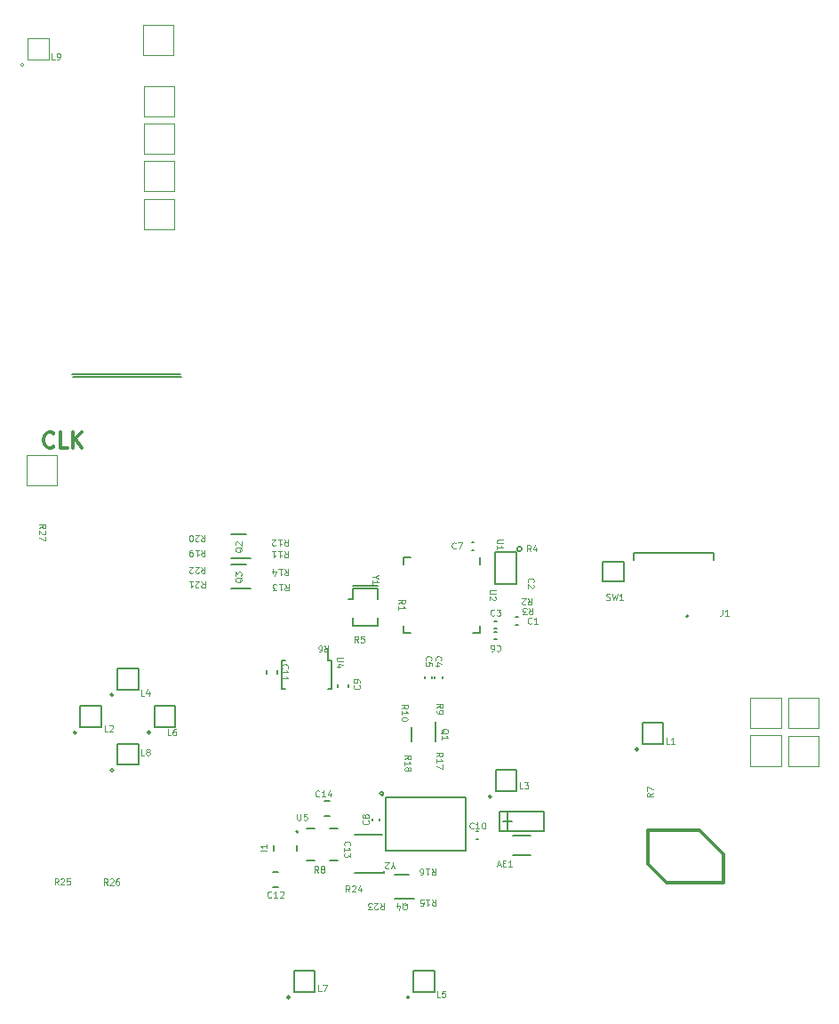
<source format=gbr>
%TF.GenerationSoftware,KiCad,Pcbnew,7.0.6*%
%TF.CreationDate,2024-04-02T17:57:09-07:00*%
%TF.ProjectId,retroglowplus_gbc,72657472-6f67-46c6-9f77-706c75735f67,rev?*%
%TF.SameCoordinates,Original*%
%TF.FileFunction,Legend,Top*%
%TF.FilePolarity,Positive*%
%FSLAX46Y46*%
G04 Gerber Fmt 4.6, Leading zero omitted, Abs format (unit mm)*
G04 Created by KiCad (PCBNEW 7.0.6) date 2024-04-02 17:57:09*
%MOMM*%
%LPD*%
G01*
G04 APERTURE LIST*
%ADD10C,0.150000*%
%ADD11C,0.300000*%
%ADD12C,0.100000*%
%ADD13C,0.120000*%
%ADD14C,0.127000*%
%ADD15C,0.200000*%
%ADD16C,0.350000*%
G04 APERTURE END LIST*
D10*
X253746000Y-137261600D02*
X254558800Y-137261600D01*
X212737700Y-94919800D02*
X223075500Y-94919800D01*
X254152400Y-136372600D02*
X254152400Y-138150600D01*
X212699600Y-94665800D02*
X223050100Y-94665800D01*
X253441200Y-136372600D02*
X257606800Y-136372600D01*
X257606800Y-138201400D01*
X253441200Y-138201400D01*
X253441200Y-136372600D01*
D11*
X210931653Y-101557971D02*
X210860225Y-101629400D01*
X210860225Y-101629400D02*
X210645939Y-101700828D01*
X210645939Y-101700828D02*
X210503082Y-101700828D01*
X210503082Y-101700828D02*
X210288796Y-101629400D01*
X210288796Y-101629400D02*
X210145939Y-101486542D01*
X210145939Y-101486542D02*
X210074510Y-101343685D01*
X210074510Y-101343685D02*
X210003082Y-101057971D01*
X210003082Y-101057971D02*
X210003082Y-100843685D01*
X210003082Y-100843685D02*
X210074510Y-100557971D01*
X210074510Y-100557971D02*
X210145939Y-100415114D01*
X210145939Y-100415114D02*
X210288796Y-100272257D01*
X210288796Y-100272257D02*
X210503082Y-100200828D01*
X210503082Y-100200828D02*
X210645939Y-100200828D01*
X210645939Y-100200828D02*
X210860225Y-100272257D01*
X210860225Y-100272257D02*
X210931653Y-100343685D01*
X212288796Y-101700828D02*
X211574510Y-101700828D01*
X211574510Y-101700828D02*
X211574510Y-100200828D01*
X212788796Y-101700828D02*
X212788796Y-100200828D01*
X213645939Y-101700828D02*
X213003082Y-100843685D01*
X213645939Y-100200828D02*
X212788796Y-101057971D01*
D12*
X246393771Y-121925600D02*
X246365200Y-121897028D01*
X246365200Y-121897028D02*
X246336628Y-121811314D01*
X246336628Y-121811314D02*
X246336628Y-121754171D01*
X246336628Y-121754171D02*
X246365200Y-121668457D01*
X246365200Y-121668457D02*
X246422342Y-121611314D01*
X246422342Y-121611314D02*
X246479485Y-121582743D01*
X246479485Y-121582743D02*
X246593771Y-121554171D01*
X246593771Y-121554171D02*
X246679485Y-121554171D01*
X246679485Y-121554171D02*
X246793771Y-121582743D01*
X246793771Y-121582743D02*
X246850914Y-121611314D01*
X246850914Y-121611314D02*
X246908057Y-121668457D01*
X246908057Y-121668457D02*
X246936628Y-121754171D01*
X246936628Y-121754171D02*
X246936628Y-121811314D01*
X246936628Y-121811314D02*
X246908057Y-121897028D01*
X246908057Y-121897028D02*
X246879485Y-121925600D01*
X246936628Y-122468457D02*
X246936628Y-122182743D01*
X246936628Y-122182743D02*
X246650914Y-122154171D01*
X246650914Y-122154171D02*
X246679485Y-122182743D01*
X246679485Y-122182743D02*
X246708057Y-122239886D01*
X246708057Y-122239886D02*
X246708057Y-122382743D01*
X246708057Y-122382743D02*
X246679485Y-122439886D01*
X246679485Y-122439886D02*
X246650914Y-122468457D01*
X246650914Y-122468457D02*
X246593771Y-122497028D01*
X246593771Y-122497028D02*
X246450914Y-122497028D01*
X246450914Y-122497028D02*
X246393771Y-122468457D01*
X246393771Y-122468457D02*
X246365200Y-122439886D01*
X246365200Y-122439886D02*
X246336628Y-122382743D01*
X246336628Y-122382743D02*
X246336628Y-122239886D01*
X246336628Y-122239886D02*
X246365200Y-122182743D01*
X246365200Y-122182743D02*
X246393771Y-122154171D01*
X253124999Y-120544771D02*
X253153571Y-120516200D01*
X253153571Y-120516200D02*
X253239285Y-120487628D01*
X253239285Y-120487628D02*
X253296428Y-120487628D01*
X253296428Y-120487628D02*
X253382142Y-120516200D01*
X253382142Y-120516200D02*
X253439285Y-120573342D01*
X253439285Y-120573342D02*
X253467856Y-120630485D01*
X253467856Y-120630485D02*
X253496428Y-120744771D01*
X253496428Y-120744771D02*
X253496428Y-120830485D01*
X253496428Y-120830485D02*
X253467856Y-120944771D01*
X253467856Y-120944771D02*
X253439285Y-121001914D01*
X253439285Y-121001914D02*
X253382142Y-121059057D01*
X253382142Y-121059057D02*
X253296428Y-121087628D01*
X253296428Y-121087628D02*
X253239285Y-121087628D01*
X253239285Y-121087628D02*
X253153571Y-121059057D01*
X253153571Y-121059057D02*
X253124999Y-121030485D01*
X252610714Y-121087628D02*
X252724999Y-121087628D01*
X252724999Y-121087628D02*
X252782142Y-121059057D01*
X252782142Y-121059057D02*
X252810714Y-121030485D01*
X252810714Y-121030485D02*
X252867856Y-120944771D01*
X252867856Y-120944771D02*
X252896428Y-120830485D01*
X252896428Y-120830485D02*
X252896428Y-120601914D01*
X252896428Y-120601914D02*
X252867856Y-120544771D01*
X252867856Y-120544771D02*
X252839285Y-120516200D01*
X252839285Y-120516200D02*
X252782142Y-120487628D01*
X252782142Y-120487628D02*
X252667856Y-120487628D01*
X252667856Y-120487628D02*
X252610714Y-120516200D01*
X252610714Y-120516200D02*
X252582142Y-120544771D01*
X252582142Y-120544771D02*
X252553571Y-120601914D01*
X252553571Y-120601914D02*
X252553571Y-120744771D01*
X252553571Y-120744771D02*
X252582142Y-120801914D01*
X252582142Y-120801914D02*
X252610714Y-120830485D01*
X252610714Y-120830485D02*
X252667856Y-120859057D01*
X252667856Y-120859057D02*
X252782142Y-120859057D01*
X252782142Y-120859057D02*
X252839285Y-120830485D01*
X252839285Y-120830485D02*
X252867856Y-120801914D01*
X252867856Y-120801914D02*
X252896428Y-120744771D01*
X246952314Y-141802828D02*
X247152314Y-142088542D01*
X247295171Y-141802828D02*
X247295171Y-142402828D01*
X247295171Y-142402828D02*
X247066600Y-142402828D01*
X247066600Y-142402828D02*
X247009457Y-142374257D01*
X247009457Y-142374257D02*
X246980886Y-142345685D01*
X246980886Y-142345685D02*
X246952314Y-142288542D01*
X246952314Y-142288542D02*
X246952314Y-142202828D01*
X246952314Y-142202828D02*
X246980886Y-142145685D01*
X246980886Y-142145685D02*
X247009457Y-142117114D01*
X247009457Y-142117114D02*
X247066600Y-142088542D01*
X247066600Y-142088542D02*
X247295171Y-142088542D01*
X246380886Y-141802828D02*
X246723743Y-141802828D01*
X246552314Y-141802828D02*
X246552314Y-142402828D01*
X246552314Y-142402828D02*
X246609457Y-142317114D01*
X246609457Y-142317114D02*
X246666600Y-142259971D01*
X246666600Y-142259971D02*
X246723743Y-142231400D01*
X245866600Y-142402828D02*
X245980885Y-142402828D01*
X245980885Y-142402828D02*
X246038028Y-142374257D01*
X246038028Y-142374257D02*
X246066600Y-142345685D01*
X246066600Y-142345685D02*
X246123742Y-142259971D01*
X246123742Y-142259971D02*
X246152314Y-142145685D01*
X246152314Y-142145685D02*
X246152314Y-141917114D01*
X246152314Y-141917114D02*
X246123742Y-141859971D01*
X246123742Y-141859971D02*
X246095171Y-141831400D01*
X246095171Y-141831400D02*
X246038028Y-141802828D01*
X246038028Y-141802828D02*
X245923742Y-141802828D01*
X245923742Y-141802828D02*
X245866600Y-141831400D01*
X245866600Y-141831400D02*
X245838028Y-141859971D01*
X245838028Y-141859971D02*
X245809457Y-141917114D01*
X245809457Y-141917114D02*
X245809457Y-142059971D01*
X245809457Y-142059971D02*
X245838028Y-142117114D01*
X245838028Y-142117114D02*
X245866600Y-142145685D01*
X245866600Y-142145685D02*
X245923742Y-142174257D01*
X245923742Y-142174257D02*
X246038028Y-142174257D01*
X246038028Y-142174257D02*
X246095171Y-142145685D01*
X246095171Y-142145685D02*
X246123742Y-142117114D01*
X246123742Y-142117114D02*
X246152314Y-142059971D01*
X211384285Y-143322371D02*
X211184285Y-143036657D01*
X211041428Y-143322371D02*
X211041428Y-142722371D01*
X211041428Y-142722371D02*
X211269999Y-142722371D01*
X211269999Y-142722371D02*
X211327142Y-142750942D01*
X211327142Y-142750942D02*
X211355713Y-142779514D01*
X211355713Y-142779514D02*
X211384285Y-142836657D01*
X211384285Y-142836657D02*
X211384285Y-142922371D01*
X211384285Y-142922371D02*
X211355713Y-142979514D01*
X211355713Y-142979514D02*
X211327142Y-143008085D01*
X211327142Y-143008085D02*
X211269999Y-143036657D01*
X211269999Y-143036657D02*
X211041428Y-143036657D01*
X211612856Y-142779514D02*
X211641428Y-142750942D01*
X211641428Y-142750942D02*
X211698571Y-142722371D01*
X211698571Y-142722371D02*
X211841428Y-142722371D01*
X211841428Y-142722371D02*
X211898571Y-142750942D01*
X211898571Y-142750942D02*
X211927142Y-142779514D01*
X211927142Y-142779514D02*
X211955713Y-142836657D01*
X211955713Y-142836657D02*
X211955713Y-142893800D01*
X211955713Y-142893800D02*
X211927142Y-142979514D01*
X211927142Y-142979514D02*
X211584285Y-143322371D01*
X211584285Y-143322371D02*
X211955713Y-143322371D01*
X212498571Y-142722371D02*
X212212857Y-142722371D01*
X212212857Y-142722371D02*
X212184285Y-143008085D01*
X212184285Y-143008085D02*
X212212857Y-142979514D01*
X212212857Y-142979514D02*
X212270000Y-142950942D01*
X212270000Y-142950942D02*
X212412857Y-142950942D01*
X212412857Y-142950942D02*
X212470000Y-142979514D01*
X212470000Y-142979514D02*
X212498571Y-143008085D01*
X212498571Y-143008085D02*
X212527142Y-143065228D01*
X212527142Y-143065228D02*
X212527142Y-143208085D01*
X212527142Y-143208085D02*
X212498571Y-143265228D01*
X212498571Y-143265228D02*
X212470000Y-143293800D01*
X212470000Y-143293800D02*
X212412857Y-143322371D01*
X212412857Y-143322371D02*
X212270000Y-143322371D01*
X212270000Y-143322371D02*
X212212857Y-143293800D01*
X212212857Y-143293800D02*
X212184285Y-143265228D01*
X250921885Y-137934028D02*
X250893313Y-137962600D01*
X250893313Y-137962600D02*
X250807599Y-137991171D01*
X250807599Y-137991171D02*
X250750456Y-137991171D01*
X250750456Y-137991171D02*
X250664742Y-137962600D01*
X250664742Y-137962600D02*
X250607599Y-137905457D01*
X250607599Y-137905457D02*
X250579028Y-137848314D01*
X250579028Y-137848314D02*
X250550456Y-137734028D01*
X250550456Y-137734028D02*
X250550456Y-137648314D01*
X250550456Y-137648314D02*
X250579028Y-137534028D01*
X250579028Y-137534028D02*
X250607599Y-137476885D01*
X250607599Y-137476885D02*
X250664742Y-137419742D01*
X250664742Y-137419742D02*
X250750456Y-137391171D01*
X250750456Y-137391171D02*
X250807599Y-137391171D01*
X250807599Y-137391171D02*
X250893313Y-137419742D01*
X250893313Y-137419742D02*
X250921885Y-137448314D01*
X251493313Y-137991171D02*
X251150456Y-137991171D01*
X251321885Y-137991171D02*
X251321885Y-137391171D01*
X251321885Y-137391171D02*
X251264742Y-137476885D01*
X251264742Y-137476885D02*
X251207599Y-137534028D01*
X251207599Y-137534028D02*
X251150456Y-137562600D01*
X251864742Y-137391171D02*
X251921885Y-137391171D01*
X251921885Y-137391171D02*
X251979028Y-137419742D01*
X251979028Y-137419742D02*
X252007600Y-137448314D01*
X252007600Y-137448314D02*
X252036171Y-137505457D01*
X252036171Y-137505457D02*
X252064742Y-137619742D01*
X252064742Y-137619742D02*
X252064742Y-137762600D01*
X252064742Y-137762600D02*
X252036171Y-137876885D01*
X252036171Y-137876885D02*
X252007600Y-137934028D01*
X252007600Y-137934028D02*
X251979028Y-137962600D01*
X251979028Y-137962600D02*
X251921885Y-137991171D01*
X251921885Y-137991171D02*
X251864742Y-137991171D01*
X251864742Y-137991171D02*
X251807600Y-137962600D01*
X251807600Y-137962600D02*
X251779028Y-137934028D01*
X251779028Y-137934028D02*
X251750457Y-137876885D01*
X251750457Y-137876885D02*
X251721885Y-137762600D01*
X251721885Y-137762600D02*
X251721885Y-137619742D01*
X251721885Y-137619742D02*
X251750457Y-137505457D01*
X251750457Y-137505457D02*
X251779028Y-137448314D01*
X251779028Y-137448314D02*
X251807600Y-137419742D01*
X251807600Y-137419742D02*
X251864742Y-137391171D01*
X232875714Y-110417628D02*
X233075714Y-110703342D01*
X233218571Y-110417628D02*
X233218571Y-111017628D01*
X233218571Y-111017628D02*
X232990000Y-111017628D01*
X232990000Y-111017628D02*
X232932857Y-110989057D01*
X232932857Y-110989057D02*
X232904286Y-110960485D01*
X232904286Y-110960485D02*
X232875714Y-110903342D01*
X232875714Y-110903342D02*
X232875714Y-110817628D01*
X232875714Y-110817628D02*
X232904286Y-110760485D01*
X232904286Y-110760485D02*
X232932857Y-110731914D01*
X232932857Y-110731914D02*
X232990000Y-110703342D01*
X232990000Y-110703342D02*
X233218571Y-110703342D01*
X232304286Y-110417628D02*
X232647143Y-110417628D01*
X232475714Y-110417628D02*
X232475714Y-111017628D01*
X232475714Y-111017628D02*
X232532857Y-110931914D01*
X232532857Y-110931914D02*
X232590000Y-110874771D01*
X232590000Y-110874771D02*
X232647143Y-110846200D01*
X232075714Y-110960485D02*
X232047142Y-110989057D01*
X232047142Y-110989057D02*
X231990000Y-111017628D01*
X231990000Y-111017628D02*
X231847142Y-111017628D01*
X231847142Y-111017628D02*
X231790000Y-110989057D01*
X231790000Y-110989057D02*
X231761428Y-110960485D01*
X231761428Y-110960485D02*
X231732857Y-110903342D01*
X231732857Y-110903342D02*
X231732857Y-110846200D01*
X231732857Y-110846200D02*
X231761428Y-110760485D01*
X231761428Y-110760485D02*
X232104285Y-110417628D01*
X232104285Y-110417628D02*
X231732857Y-110417628D01*
X228873714Y-114047742D02*
X228845142Y-114104885D01*
X228845142Y-114104885D02*
X228788000Y-114162028D01*
X228788000Y-114162028D02*
X228702285Y-114247742D01*
X228702285Y-114247742D02*
X228673714Y-114304885D01*
X228673714Y-114304885D02*
X228673714Y-114362028D01*
X228816571Y-114333457D02*
X228788000Y-114390600D01*
X228788000Y-114390600D02*
X228730857Y-114447742D01*
X228730857Y-114447742D02*
X228616571Y-114476314D01*
X228616571Y-114476314D02*
X228416571Y-114476314D01*
X228416571Y-114476314D02*
X228302285Y-114447742D01*
X228302285Y-114447742D02*
X228245142Y-114390600D01*
X228245142Y-114390600D02*
X228216571Y-114333457D01*
X228216571Y-114333457D02*
X228216571Y-114219171D01*
X228216571Y-114219171D02*
X228245142Y-114162028D01*
X228245142Y-114162028D02*
X228302285Y-114104885D01*
X228302285Y-114104885D02*
X228416571Y-114076314D01*
X228416571Y-114076314D02*
X228616571Y-114076314D01*
X228616571Y-114076314D02*
X228730857Y-114104885D01*
X228730857Y-114104885D02*
X228788000Y-114162028D01*
X228788000Y-114162028D02*
X228816571Y-114219171D01*
X228816571Y-114219171D02*
X228816571Y-114333457D01*
X228216571Y-113876314D02*
X228216571Y-113504886D01*
X228216571Y-113504886D02*
X228445142Y-113704886D01*
X228445142Y-113704886D02*
X228445142Y-113619171D01*
X228445142Y-113619171D02*
X228473714Y-113562029D01*
X228473714Y-113562029D02*
X228502285Y-113533457D01*
X228502285Y-113533457D02*
X228559428Y-113504886D01*
X228559428Y-113504886D02*
X228702285Y-113504886D01*
X228702285Y-113504886D02*
X228759428Y-113533457D01*
X228759428Y-113533457D02*
X228788000Y-113562029D01*
X228788000Y-113562029D02*
X228816571Y-113619171D01*
X228816571Y-113619171D02*
X228816571Y-113790600D01*
X228816571Y-113790600D02*
X228788000Y-113847743D01*
X228788000Y-113847743D02*
X228759428Y-113876314D01*
X224986114Y-113027628D02*
X225186114Y-113313342D01*
X225328971Y-113027628D02*
X225328971Y-113627628D01*
X225328971Y-113627628D02*
X225100400Y-113627628D01*
X225100400Y-113627628D02*
X225043257Y-113599057D01*
X225043257Y-113599057D02*
X225014686Y-113570485D01*
X225014686Y-113570485D02*
X224986114Y-113513342D01*
X224986114Y-113513342D02*
X224986114Y-113427628D01*
X224986114Y-113427628D02*
X225014686Y-113370485D01*
X225014686Y-113370485D02*
X225043257Y-113341914D01*
X225043257Y-113341914D02*
X225100400Y-113313342D01*
X225100400Y-113313342D02*
X225328971Y-113313342D01*
X224757543Y-113570485D02*
X224728971Y-113599057D01*
X224728971Y-113599057D02*
X224671829Y-113627628D01*
X224671829Y-113627628D02*
X224528971Y-113627628D01*
X224528971Y-113627628D02*
X224471829Y-113599057D01*
X224471829Y-113599057D02*
X224443257Y-113570485D01*
X224443257Y-113570485D02*
X224414686Y-113513342D01*
X224414686Y-113513342D02*
X224414686Y-113456200D01*
X224414686Y-113456200D02*
X224443257Y-113370485D01*
X224443257Y-113370485D02*
X224786114Y-113027628D01*
X224786114Y-113027628D02*
X224414686Y-113027628D01*
X224186114Y-113570485D02*
X224157542Y-113599057D01*
X224157542Y-113599057D02*
X224100400Y-113627628D01*
X224100400Y-113627628D02*
X223957542Y-113627628D01*
X223957542Y-113627628D02*
X223900400Y-113599057D01*
X223900400Y-113599057D02*
X223871828Y-113570485D01*
X223871828Y-113570485D02*
X223843257Y-113513342D01*
X223843257Y-113513342D02*
X223843257Y-113456200D01*
X223843257Y-113456200D02*
X223871828Y-113370485D01*
X223871828Y-113370485D02*
X224214685Y-113027628D01*
X224214685Y-113027628D02*
X223843257Y-113027628D01*
X242046099Y-145072013D02*
X242246099Y-145357727D01*
X242388956Y-145072013D02*
X242388956Y-145672013D01*
X242388956Y-145672013D02*
X242160385Y-145672013D01*
X242160385Y-145672013D02*
X242103242Y-145643442D01*
X242103242Y-145643442D02*
X242074671Y-145614870D01*
X242074671Y-145614870D02*
X242046099Y-145557727D01*
X242046099Y-145557727D02*
X242046099Y-145472013D01*
X242046099Y-145472013D02*
X242074671Y-145414870D01*
X242074671Y-145414870D02*
X242103242Y-145386299D01*
X242103242Y-145386299D02*
X242160385Y-145357727D01*
X242160385Y-145357727D02*
X242388956Y-145357727D01*
X241817528Y-145614870D02*
X241788956Y-145643442D01*
X241788956Y-145643442D02*
X241731814Y-145672013D01*
X241731814Y-145672013D02*
X241588956Y-145672013D01*
X241588956Y-145672013D02*
X241531814Y-145643442D01*
X241531814Y-145643442D02*
X241503242Y-145614870D01*
X241503242Y-145614870D02*
X241474671Y-145557727D01*
X241474671Y-145557727D02*
X241474671Y-145500585D01*
X241474671Y-145500585D02*
X241503242Y-145414870D01*
X241503242Y-145414870D02*
X241846099Y-145072013D01*
X241846099Y-145072013D02*
X241474671Y-145072013D01*
X241274670Y-145672013D02*
X240903242Y-145672013D01*
X240903242Y-145672013D02*
X241103242Y-145443442D01*
X241103242Y-145443442D02*
X241017527Y-145443442D01*
X241017527Y-145443442D02*
X240960385Y-145414870D01*
X240960385Y-145414870D02*
X240931813Y-145386299D01*
X240931813Y-145386299D02*
X240903242Y-145329156D01*
X240903242Y-145329156D02*
X240903242Y-145186299D01*
X240903242Y-145186299D02*
X240931813Y-145129156D01*
X240931813Y-145129156D02*
X240960385Y-145100585D01*
X240960385Y-145100585D02*
X241017527Y-145072013D01*
X241017527Y-145072013D02*
X241188956Y-145072013D01*
X241188956Y-145072013D02*
X241246099Y-145100585D01*
X241246099Y-145100585D02*
X241274670Y-145129156D01*
X274627999Y-117096571D02*
X274627999Y-117525142D01*
X274627999Y-117525142D02*
X274599428Y-117610857D01*
X274599428Y-117610857D02*
X274542285Y-117668000D01*
X274542285Y-117668000D02*
X274456571Y-117696571D01*
X274456571Y-117696571D02*
X274399428Y-117696571D01*
X275227999Y-117696571D02*
X274885142Y-117696571D01*
X275056571Y-117696571D02*
X275056571Y-117096571D01*
X275056571Y-117096571D02*
X274999428Y-117182285D01*
X274999428Y-117182285D02*
X274942285Y-117239428D01*
X274942285Y-117239428D02*
X274885142Y-117268000D01*
X256144764Y-114510007D02*
X256116193Y-114481435D01*
X256116193Y-114481435D02*
X256087621Y-114395721D01*
X256087621Y-114395721D02*
X256087621Y-114338578D01*
X256087621Y-114338578D02*
X256116193Y-114252864D01*
X256116193Y-114252864D02*
X256173335Y-114195721D01*
X256173335Y-114195721D02*
X256230478Y-114167150D01*
X256230478Y-114167150D02*
X256344764Y-114138578D01*
X256344764Y-114138578D02*
X256430478Y-114138578D01*
X256430478Y-114138578D02*
X256544764Y-114167150D01*
X256544764Y-114167150D02*
X256601907Y-114195721D01*
X256601907Y-114195721D02*
X256659050Y-114252864D01*
X256659050Y-114252864D02*
X256687621Y-114338578D01*
X256687621Y-114338578D02*
X256687621Y-114395721D01*
X256687621Y-114395721D02*
X256659050Y-114481435D01*
X256659050Y-114481435D02*
X256630478Y-114510007D01*
X256630478Y-114738578D02*
X256659050Y-114767150D01*
X256659050Y-114767150D02*
X256687621Y-114824293D01*
X256687621Y-114824293D02*
X256687621Y-114967150D01*
X256687621Y-114967150D02*
X256659050Y-115024293D01*
X256659050Y-115024293D02*
X256630478Y-115052864D01*
X256630478Y-115052864D02*
X256573335Y-115081435D01*
X256573335Y-115081435D02*
X256516193Y-115081435D01*
X256516193Y-115081435D02*
X256430478Y-115052864D01*
X256430478Y-115052864D02*
X256087621Y-114710007D01*
X256087621Y-114710007D02*
X256087621Y-115081435D01*
X247362628Y-131094885D02*
X247648342Y-130894885D01*
X247362628Y-130752028D02*
X247962628Y-130752028D01*
X247962628Y-130752028D02*
X247962628Y-130980599D01*
X247962628Y-130980599D02*
X247934057Y-131037742D01*
X247934057Y-131037742D02*
X247905485Y-131066313D01*
X247905485Y-131066313D02*
X247848342Y-131094885D01*
X247848342Y-131094885D02*
X247762628Y-131094885D01*
X247762628Y-131094885D02*
X247705485Y-131066313D01*
X247705485Y-131066313D02*
X247676914Y-131037742D01*
X247676914Y-131037742D02*
X247648342Y-130980599D01*
X247648342Y-130980599D02*
X247648342Y-130752028D01*
X247362628Y-131666313D02*
X247362628Y-131323456D01*
X247362628Y-131494885D02*
X247962628Y-131494885D01*
X247962628Y-131494885D02*
X247876914Y-131437742D01*
X247876914Y-131437742D02*
X247819771Y-131380599D01*
X247819771Y-131380599D02*
X247791200Y-131323456D01*
X247962628Y-131866314D02*
X247962628Y-132266314D01*
X247962628Y-132266314D02*
X247362628Y-132009171D01*
X249225600Y-111264028D02*
X249197028Y-111292600D01*
X249197028Y-111292600D02*
X249111314Y-111321171D01*
X249111314Y-111321171D02*
X249054171Y-111321171D01*
X249054171Y-111321171D02*
X248968457Y-111292600D01*
X248968457Y-111292600D02*
X248911314Y-111235457D01*
X248911314Y-111235457D02*
X248882743Y-111178314D01*
X248882743Y-111178314D02*
X248854171Y-111064028D01*
X248854171Y-111064028D02*
X248854171Y-110978314D01*
X248854171Y-110978314D02*
X248882743Y-110864028D01*
X248882743Y-110864028D02*
X248911314Y-110806885D01*
X248911314Y-110806885D02*
X248968457Y-110749742D01*
X248968457Y-110749742D02*
X249054171Y-110721171D01*
X249054171Y-110721171D02*
X249111314Y-110721171D01*
X249111314Y-110721171D02*
X249197028Y-110749742D01*
X249197028Y-110749742D02*
X249225600Y-110778314D01*
X249425600Y-110721171D02*
X249825600Y-110721171D01*
X249825600Y-110721171D02*
X249568457Y-111321171D01*
X224995714Y-114427628D02*
X225195714Y-114713342D01*
X225338571Y-114427628D02*
X225338571Y-115027628D01*
X225338571Y-115027628D02*
X225110000Y-115027628D01*
X225110000Y-115027628D02*
X225052857Y-114999057D01*
X225052857Y-114999057D02*
X225024286Y-114970485D01*
X225024286Y-114970485D02*
X224995714Y-114913342D01*
X224995714Y-114913342D02*
X224995714Y-114827628D01*
X224995714Y-114827628D02*
X225024286Y-114770485D01*
X225024286Y-114770485D02*
X225052857Y-114741914D01*
X225052857Y-114741914D02*
X225110000Y-114713342D01*
X225110000Y-114713342D02*
X225338571Y-114713342D01*
X224767143Y-114970485D02*
X224738571Y-114999057D01*
X224738571Y-114999057D02*
X224681429Y-115027628D01*
X224681429Y-115027628D02*
X224538571Y-115027628D01*
X224538571Y-115027628D02*
X224481429Y-114999057D01*
X224481429Y-114999057D02*
X224452857Y-114970485D01*
X224452857Y-114970485D02*
X224424286Y-114913342D01*
X224424286Y-114913342D02*
X224424286Y-114856200D01*
X224424286Y-114856200D02*
X224452857Y-114770485D01*
X224452857Y-114770485D02*
X224795714Y-114427628D01*
X224795714Y-114427628D02*
X224424286Y-114427628D01*
X223852857Y-114427628D02*
X224195714Y-114427628D01*
X224024285Y-114427628D02*
X224024285Y-115027628D01*
X224024285Y-115027628D02*
X224081428Y-114941914D01*
X224081428Y-114941914D02*
X224138571Y-114884771D01*
X224138571Y-114884771D02*
X224195714Y-114856200D01*
X236145400Y-142156771D02*
X235945400Y-141871057D01*
X235802543Y-142156771D02*
X235802543Y-141556771D01*
X235802543Y-141556771D02*
X236031114Y-141556771D01*
X236031114Y-141556771D02*
X236088257Y-141585342D01*
X236088257Y-141585342D02*
X236116828Y-141613914D01*
X236116828Y-141613914D02*
X236145400Y-141671057D01*
X236145400Y-141671057D02*
X236145400Y-141756771D01*
X236145400Y-141756771D02*
X236116828Y-141813914D01*
X236116828Y-141813914D02*
X236088257Y-141842485D01*
X236088257Y-141842485D02*
X236031114Y-141871057D01*
X236031114Y-141871057D02*
X235802543Y-141871057D01*
X236488257Y-141813914D02*
X236431114Y-141785342D01*
X236431114Y-141785342D02*
X236402543Y-141756771D01*
X236402543Y-141756771D02*
X236373971Y-141699628D01*
X236373971Y-141699628D02*
X236373971Y-141671057D01*
X236373971Y-141671057D02*
X236402543Y-141613914D01*
X236402543Y-141613914D02*
X236431114Y-141585342D01*
X236431114Y-141585342D02*
X236488257Y-141556771D01*
X236488257Y-141556771D02*
X236602543Y-141556771D01*
X236602543Y-141556771D02*
X236659686Y-141585342D01*
X236659686Y-141585342D02*
X236688257Y-141613914D01*
X236688257Y-141613914D02*
X236716828Y-141671057D01*
X236716828Y-141671057D02*
X236716828Y-141699628D01*
X236716828Y-141699628D02*
X236688257Y-141756771D01*
X236688257Y-141756771D02*
X236659686Y-141785342D01*
X236659686Y-141785342D02*
X236602543Y-141813914D01*
X236602543Y-141813914D02*
X236488257Y-141813914D01*
X236488257Y-141813914D02*
X236431114Y-141842485D01*
X236431114Y-141842485D02*
X236402543Y-141871057D01*
X236402543Y-141871057D02*
X236373971Y-141928200D01*
X236373971Y-141928200D02*
X236373971Y-142042485D01*
X236373971Y-142042485D02*
X236402543Y-142099628D01*
X236402543Y-142099628D02*
X236431114Y-142128200D01*
X236431114Y-142128200D02*
X236488257Y-142156771D01*
X236488257Y-142156771D02*
X236602543Y-142156771D01*
X236602543Y-142156771D02*
X236659686Y-142128200D01*
X236659686Y-142128200D02*
X236688257Y-142099628D01*
X236688257Y-142099628D02*
X236716828Y-142042485D01*
X236716828Y-142042485D02*
X236716828Y-141928200D01*
X236716828Y-141928200D02*
X236688257Y-141871057D01*
X236688257Y-141871057D02*
X236659686Y-141842485D01*
X236659686Y-141842485D02*
X236602543Y-141813914D01*
X224985714Y-111417628D02*
X225185714Y-111703342D01*
X225328571Y-111417628D02*
X225328571Y-112017628D01*
X225328571Y-112017628D02*
X225100000Y-112017628D01*
X225100000Y-112017628D02*
X225042857Y-111989057D01*
X225042857Y-111989057D02*
X225014286Y-111960485D01*
X225014286Y-111960485D02*
X224985714Y-111903342D01*
X224985714Y-111903342D02*
X224985714Y-111817628D01*
X224985714Y-111817628D02*
X225014286Y-111760485D01*
X225014286Y-111760485D02*
X225042857Y-111731914D01*
X225042857Y-111731914D02*
X225100000Y-111703342D01*
X225100000Y-111703342D02*
X225328571Y-111703342D01*
X224414286Y-111417628D02*
X224757143Y-111417628D01*
X224585714Y-111417628D02*
X224585714Y-112017628D01*
X224585714Y-112017628D02*
X224642857Y-111931914D01*
X224642857Y-111931914D02*
X224700000Y-111874771D01*
X224700000Y-111874771D02*
X224757143Y-111846200D01*
X224128571Y-111417628D02*
X224014285Y-111417628D01*
X224014285Y-111417628D02*
X223957142Y-111446200D01*
X223957142Y-111446200D02*
X223928571Y-111474771D01*
X223928571Y-111474771D02*
X223871428Y-111560485D01*
X223871428Y-111560485D02*
X223842857Y-111674771D01*
X223842857Y-111674771D02*
X223842857Y-111903342D01*
X223842857Y-111903342D02*
X223871428Y-111960485D01*
X223871428Y-111960485D02*
X223900000Y-111989057D01*
X223900000Y-111989057D02*
X223957142Y-112017628D01*
X223957142Y-112017628D02*
X224071428Y-112017628D01*
X224071428Y-112017628D02*
X224128571Y-111989057D01*
X224128571Y-111989057D02*
X224157142Y-111960485D01*
X224157142Y-111960485D02*
X224185714Y-111903342D01*
X224185714Y-111903342D02*
X224185714Y-111760485D01*
X224185714Y-111760485D02*
X224157142Y-111703342D01*
X224157142Y-111703342D02*
X224128571Y-111674771D01*
X224128571Y-111674771D02*
X224071428Y-111646200D01*
X224071428Y-111646200D02*
X223957142Y-111646200D01*
X223957142Y-111646200D02*
X223900000Y-111674771D01*
X223900000Y-111674771D02*
X223871428Y-111703342D01*
X223871428Y-111703342D02*
X223842857Y-111760485D01*
X244377628Y-131344285D02*
X244663342Y-131144285D01*
X244377628Y-131001428D02*
X244977628Y-131001428D01*
X244977628Y-131001428D02*
X244977628Y-131229999D01*
X244977628Y-131229999D02*
X244949057Y-131287142D01*
X244949057Y-131287142D02*
X244920485Y-131315713D01*
X244920485Y-131315713D02*
X244863342Y-131344285D01*
X244863342Y-131344285D02*
X244777628Y-131344285D01*
X244777628Y-131344285D02*
X244720485Y-131315713D01*
X244720485Y-131315713D02*
X244691914Y-131287142D01*
X244691914Y-131287142D02*
X244663342Y-131229999D01*
X244663342Y-131229999D02*
X244663342Y-131001428D01*
X244377628Y-131915713D02*
X244377628Y-131572856D01*
X244377628Y-131744285D02*
X244977628Y-131744285D01*
X244977628Y-131744285D02*
X244891914Y-131687142D01*
X244891914Y-131687142D02*
X244834771Y-131629999D01*
X244834771Y-131629999D02*
X244806200Y-131572856D01*
X244720485Y-132258571D02*
X244749057Y-132201428D01*
X244749057Y-132201428D02*
X244777628Y-132172857D01*
X244777628Y-132172857D02*
X244834771Y-132144285D01*
X244834771Y-132144285D02*
X244863342Y-132144285D01*
X244863342Y-132144285D02*
X244920485Y-132172857D01*
X244920485Y-132172857D02*
X244949057Y-132201428D01*
X244949057Y-132201428D02*
X244977628Y-132258571D01*
X244977628Y-132258571D02*
X244977628Y-132372857D01*
X244977628Y-132372857D02*
X244949057Y-132430000D01*
X244949057Y-132430000D02*
X244920485Y-132458571D01*
X244920485Y-132458571D02*
X244863342Y-132487142D01*
X244863342Y-132487142D02*
X244834771Y-132487142D01*
X244834771Y-132487142D02*
X244777628Y-132458571D01*
X244777628Y-132458571D02*
X244749057Y-132430000D01*
X244749057Y-132430000D02*
X244720485Y-132372857D01*
X244720485Y-132372857D02*
X244720485Y-132258571D01*
X244720485Y-132258571D02*
X244691914Y-132201428D01*
X244691914Y-132201428D02*
X244663342Y-132172857D01*
X244663342Y-132172857D02*
X244606200Y-132144285D01*
X244606200Y-132144285D02*
X244491914Y-132144285D01*
X244491914Y-132144285D02*
X244434771Y-132172857D01*
X244434771Y-132172857D02*
X244406200Y-132201428D01*
X244406200Y-132201428D02*
X244377628Y-132258571D01*
X244377628Y-132258571D02*
X244377628Y-132372857D01*
X244377628Y-132372857D02*
X244406200Y-132430000D01*
X244406200Y-132430000D02*
X244434771Y-132458571D01*
X244434771Y-132458571D02*
X244491914Y-132487142D01*
X244491914Y-132487142D02*
X244606200Y-132487142D01*
X244606200Y-132487142D02*
X244663342Y-132458571D01*
X244663342Y-132458571D02*
X244691914Y-132430000D01*
X244691914Y-132430000D02*
X244720485Y-132372857D01*
X240890428Y-137202599D02*
X240919000Y-137231171D01*
X240919000Y-137231171D02*
X240947571Y-137316885D01*
X240947571Y-137316885D02*
X240947571Y-137374028D01*
X240947571Y-137374028D02*
X240919000Y-137459742D01*
X240919000Y-137459742D02*
X240861857Y-137516885D01*
X240861857Y-137516885D02*
X240804714Y-137545456D01*
X240804714Y-137545456D02*
X240690428Y-137574028D01*
X240690428Y-137574028D02*
X240604714Y-137574028D01*
X240604714Y-137574028D02*
X240490428Y-137545456D01*
X240490428Y-137545456D02*
X240433285Y-137516885D01*
X240433285Y-137516885D02*
X240376142Y-137459742D01*
X240376142Y-137459742D02*
X240347571Y-137374028D01*
X240347571Y-137374028D02*
X240347571Y-137316885D01*
X240347571Y-137316885D02*
X240376142Y-137231171D01*
X240376142Y-137231171D02*
X240404714Y-137202599D01*
X240604714Y-136859742D02*
X240576142Y-136916885D01*
X240576142Y-136916885D02*
X240547571Y-136945456D01*
X240547571Y-136945456D02*
X240490428Y-136974028D01*
X240490428Y-136974028D02*
X240461857Y-136974028D01*
X240461857Y-136974028D02*
X240404714Y-136945456D01*
X240404714Y-136945456D02*
X240376142Y-136916885D01*
X240376142Y-136916885D02*
X240347571Y-136859742D01*
X240347571Y-136859742D02*
X240347571Y-136745456D01*
X240347571Y-136745456D02*
X240376142Y-136688314D01*
X240376142Y-136688314D02*
X240404714Y-136659742D01*
X240404714Y-136659742D02*
X240461857Y-136631171D01*
X240461857Y-136631171D02*
X240490428Y-136631171D01*
X240490428Y-136631171D02*
X240547571Y-136659742D01*
X240547571Y-136659742D02*
X240576142Y-136688314D01*
X240576142Y-136688314D02*
X240604714Y-136745456D01*
X240604714Y-136745456D02*
X240604714Y-136859742D01*
X240604714Y-136859742D02*
X240633285Y-136916885D01*
X240633285Y-136916885D02*
X240661857Y-136945456D01*
X240661857Y-136945456D02*
X240719000Y-136974028D01*
X240719000Y-136974028D02*
X240833285Y-136974028D01*
X240833285Y-136974028D02*
X240890428Y-136945456D01*
X240890428Y-136945456D02*
X240919000Y-136916885D01*
X240919000Y-136916885D02*
X240947571Y-136859742D01*
X240947571Y-136859742D02*
X240947571Y-136745456D01*
X240947571Y-136745456D02*
X240919000Y-136688314D01*
X240919000Y-136688314D02*
X240890428Y-136659742D01*
X240890428Y-136659742D02*
X240833285Y-136631171D01*
X240833285Y-136631171D02*
X240719000Y-136631171D01*
X240719000Y-136631171D02*
X240661857Y-136659742D01*
X240661857Y-136659742D02*
X240633285Y-136688314D01*
X240633285Y-136688314D02*
X240604714Y-136745456D01*
X253198399Y-141401142D02*
X253484114Y-141401142D01*
X253141256Y-141572571D02*
X253341256Y-140972571D01*
X253341256Y-140972571D02*
X253541256Y-141572571D01*
X253741257Y-141258285D02*
X253941257Y-141258285D01*
X254026971Y-141572571D02*
X253741257Y-141572571D01*
X253741257Y-141572571D02*
X253741257Y-140972571D01*
X253741257Y-140972571D02*
X254026971Y-140972571D01*
X254598399Y-141572571D02*
X254255542Y-141572571D01*
X254426971Y-141572571D02*
X254426971Y-140972571D01*
X254426971Y-140972571D02*
X254369828Y-141058285D01*
X254369828Y-141058285D02*
X254312685Y-141115428D01*
X254312685Y-141115428D02*
X254255542Y-141144000D01*
X256119999Y-116057628D02*
X256319999Y-116343342D01*
X256462856Y-116057628D02*
X256462856Y-116657628D01*
X256462856Y-116657628D02*
X256234285Y-116657628D01*
X256234285Y-116657628D02*
X256177142Y-116629057D01*
X256177142Y-116629057D02*
X256148571Y-116600485D01*
X256148571Y-116600485D02*
X256119999Y-116543342D01*
X256119999Y-116543342D02*
X256119999Y-116457628D01*
X256119999Y-116457628D02*
X256148571Y-116400485D01*
X256148571Y-116400485D02*
X256177142Y-116371914D01*
X256177142Y-116371914D02*
X256234285Y-116343342D01*
X256234285Y-116343342D02*
X256462856Y-116343342D01*
X255891428Y-116600485D02*
X255862856Y-116629057D01*
X255862856Y-116629057D02*
X255805714Y-116657628D01*
X255805714Y-116657628D02*
X255662856Y-116657628D01*
X255662856Y-116657628D02*
X255605714Y-116629057D01*
X255605714Y-116629057D02*
X255577142Y-116600485D01*
X255577142Y-116600485D02*
X255548571Y-116543342D01*
X255548571Y-116543342D02*
X255548571Y-116486200D01*
X255548571Y-116486200D02*
X255577142Y-116400485D01*
X255577142Y-116400485D02*
X255919999Y-116057628D01*
X255919999Y-116057628D02*
X255548571Y-116057628D01*
X243790028Y-116569600D02*
X244075742Y-116369600D01*
X243790028Y-116226743D02*
X244390028Y-116226743D01*
X244390028Y-116226743D02*
X244390028Y-116455314D01*
X244390028Y-116455314D02*
X244361457Y-116512457D01*
X244361457Y-116512457D02*
X244332885Y-116541028D01*
X244332885Y-116541028D02*
X244275742Y-116569600D01*
X244275742Y-116569600D02*
X244190028Y-116569600D01*
X244190028Y-116569600D02*
X244132885Y-116541028D01*
X244132885Y-116541028D02*
X244104314Y-116512457D01*
X244104314Y-116512457D02*
X244075742Y-116455314D01*
X244075742Y-116455314D02*
X244075742Y-116226743D01*
X243790028Y-117141028D02*
X243790028Y-116798171D01*
X243790028Y-116969600D02*
X244390028Y-116969600D01*
X244390028Y-116969600D02*
X244304314Y-116912457D01*
X244304314Y-116912457D02*
X244247171Y-116855314D01*
X244247171Y-116855314D02*
X244218600Y-116798171D01*
X268023571Y-134597799D02*
X267737857Y-134797799D01*
X268023571Y-134940656D02*
X267423571Y-134940656D01*
X267423571Y-134940656D02*
X267423571Y-134712085D01*
X267423571Y-134712085D02*
X267452142Y-134654942D01*
X267452142Y-134654942D02*
X267480714Y-134626371D01*
X267480714Y-134626371D02*
X267537857Y-134597799D01*
X267537857Y-134597799D02*
X267623571Y-134597799D01*
X267623571Y-134597799D02*
X267680714Y-134626371D01*
X267680714Y-134626371D02*
X267709285Y-134654942D01*
X267709285Y-134654942D02*
X267737857Y-134712085D01*
X267737857Y-134712085D02*
X267737857Y-134940656D01*
X267423571Y-134397799D02*
X267423571Y-133997799D01*
X267423571Y-133997799D02*
X268023571Y-134254942D01*
X253751228Y-110466157D02*
X253265514Y-110466157D01*
X253265514Y-110466157D02*
X253208371Y-110494728D01*
X253208371Y-110494728D02*
X253179800Y-110523300D01*
X253179800Y-110523300D02*
X253151228Y-110580442D01*
X253151228Y-110580442D02*
X253151228Y-110694728D01*
X253151228Y-110694728D02*
X253179800Y-110751871D01*
X253179800Y-110751871D02*
X253208371Y-110780442D01*
X253208371Y-110780442D02*
X253265514Y-110809014D01*
X253265514Y-110809014D02*
X253751228Y-110809014D01*
X253151228Y-111409013D02*
X253151228Y-111066156D01*
X253151228Y-111237585D02*
X253751228Y-111237585D01*
X253751228Y-111237585D02*
X253665514Y-111180442D01*
X253665514Y-111180442D02*
X253608371Y-111123299D01*
X253608371Y-111123299D02*
X253579800Y-111066156D01*
X234137257Y-136578371D02*
X234137257Y-137064085D01*
X234137257Y-137064085D02*
X234165828Y-137121228D01*
X234165828Y-137121228D02*
X234194400Y-137149800D01*
X234194400Y-137149800D02*
X234251542Y-137178371D01*
X234251542Y-137178371D02*
X234365828Y-137178371D01*
X234365828Y-137178371D02*
X234422971Y-137149800D01*
X234422971Y-137149800D02*
X234451542Y-137121228D01*
X234451542Y-137121228D02*
X234480114Y-137064085D01*
X234480114Y-137064085D02*
X234480114Y-136578371D01*
X235051542Y-136578371D02*
X234765828Y-136578371D01*
X234765828Y-136578371D02*
X234737256Y-136864085D01*
X234737256Y-136864085D02*
X234765828Y-136835514D01*
X234765828Y-136835514D02*
X234822971Y-136806942D01*
X234822971Y-136806942D02*
X234965828Y-136806942D01*
X234965828Y-136806942D02*
X235022971Y-136835514D01*
X235022971Y-136835514D02*
X235051542Y-136864085D01*
X235051542Y-136864085D02*
X235080113Y-136921228D01*
X235080113Y-136921228D02*
X235080113Y-137064085D01*
X235080113Y-137064085D02*
X235051542Y-137121228D01*
X235051542Y-137121228D02*
X235022971Y-137149800D01*
X235022971Y-137149800D02*
X234965828Y-137178371D01*
X234965828Y-137178371D02*
X234822971Y-137178371D01*
X234822971Y-137178371D02*
X234765828Y-137149800D01*
X234765828Y-137149800D02*
X234737256Y-137121228D01*
X247753210Y-154018575D02*
X247467496Y-154018575D01*
X247467496Y-154018575D02*
X247467496Y-153418575D01*
X248238924Y-153418575D02*
X247953210Y-153418575D01*
X247953210Y-153418575D02*
X247924638Y-153704289D01*
X247924638Y-153704289D02*
X247953210Y-153675718D01*
X247953210Y-153675718D02*
X248010353Y-153647146D01*
X248010353Y-153647146D02*
X248153210Y-153647146D01*
X248153210Y-153647146D02*
X248210353Y-153675718D01*
X248210353Y-153675718D02*
X248238924Y-153704289D01*
X248238924Y-153704289D02*
X248267495Y-153761432D01*
X248267495Y-153761432D02*
X248267495Y-153904289D01*
X248267495Y-153904289D02*
X248238924Y-153961432D01*
X248238924Y-153961432D02*
X248210353Y-153990004D01*
X248210353Y-153990004D02*
X248153210Y-154018575D01*
X248153210Y-154018575D02*
X248010353Y-154018575D01*
X248010353Y-154018575D02*
X247953210Y-153990004D01*
X247953210Y-153990004D02*
X247924638Y-153961432D01*
X241562742Y-113988585D02*
X241277028Y-113988585D01*
X241877028Y-113788585D02*
X241562742Y-113988585D01*
X241562742Y-113988585D02*
X241877028Y-114188585D01*
X241277028Y-114702871D02*
X241277028Y-114360014D01*
X241277028Y-114531443D02*
X241877028Y-114531443D01*
X241877028Y-114531443D02*
X241791314Y-114474300D01*
X241791314Y-114474300D02*
X241734171Y-114417157D01*
X241734171Y-114417157D02*
X241705600Y-114360014D01*
X244159957Y-145047700D02*
X244217100Y-145076272D01*
X244217100Y-145076272D02*
X244274243Y-145133415D01*
X244274243Y-145133415D02*
X244359957Y-145219129D01*
X244359957Y-145219129D02*
X244417100Y-145247700D01*
X244417100Y-145247700D02*
X244474243Y-145247700D01*
X244445672Y-145104843D02*
X244502815Y-145133415D01*
X244502815Y-145133415D02*
X244559957Y-145190557D01*
X244559957Y-145190557D02*
X244588529Y-145304843D01*
X244588529Y-145304843D02*
X244588529Y-145504843D01*
X244588529Y-145504843D02*
X244559957Y-145619129D01*
X244559957Y-145619129D02*
X244502815Y-145676272D01*
X244502815Y-145676272D02*
X244445672Y-145704843D01*
X244445672Y-145704843D02*
X244331386Y-145704843D01*
X244331386Y-145704843D02*
X244274243Y-145676272D01*
X244274243Y-145676272D02*
X244217100Y-145619129D01*
X244217100Y-145619129D02*
X244188529Y-145504843D01*
X244188529Y-145504843D02*
X244188529Y-145304843D01*
X244188529Y-145304843D02*
X244217100Y-145190557D01*
X244217100Y-145190557D02*
X244274243Y-145133415D01*
X244274243Y-145133415D02*
X244331386Y-145104843D01*
X244331386Y-145104843D02*
X244445672Y-145104843D01*
X243674244Y-145504843D02*
X243674244Y-145104843D01*
X243817101Y-145733415D02*
X243959958Y-145304843D01*
X243959958Y-145304843D02*
X243588529Y-145304843D01*
X228878714Y-111182142D02*
X228850142Y-111239285D01*
X228850142Y-111239285D02*
X228793000Y-111296428D01*
X228793000Y-111296428D02*
X228707285Y-111382142D01*
X228707285Y-111382142D02*
X228678714Y-111439285D01*
X228678714Y-111439285D02*
X228678714Y-111496428D01*
X228821571Y-111467857D02*
X228793000Y-111525000D01*
X228793000Y-111525000D02*
X228735857Y-111582142D01*
X228735857Y-111582142D02*
X228621571Y-111610714D01*
X228621571Y-111610714D02*
X228421571Y-111610714D01*
X228421571Y-111610714D02*
X228307285Y-111582142D01*
X228307285Y-111582142D02*
X228250142Y-111525000D01*
X228250142Y-111525000D02*
X228221571Y-111467857D01*
X228221571Y-111467857D02*
X228221571Y-111353571D01*
X228221571Y-111353571D02*
X228250142Y-111296428D01*
X228250142Y-111296428D02*
X228307285Y-111239285D01*
X228307285Y-111239285D02*
X228421571Y-111210714D01*
X228421571Y-111210714D02*
X228621571Y-111210714D01*
X228621571Y-111210714D02*
X228735857Y-111239285D01*
X228735857Y-111239285D02*
X228793000Y-111296428D01*
X228793000Y-111296428D02*
X228821571Y-111353571D01*
X228821571Y-111353571D02*
X228821571Y-111467857D01*
X228278714Y-110982143D02*
X228250142Y-110953571D01*
X228250142Y-110953571D02*
X228221571Y-110896429D01*
X228221571Y-110896429D02*
X228221571Y-110753571D01*
X228221571Y-110753571D02*
X228250142Y-110696429D01*
X228250142Y-110696429D02*
X228278714Y-110667857D01*
X228278714Y-110667857D02*
X228335857Y-110639286D01*
X228335857Y-110639286D02*
X228393000Y-110639286D01*
X228393000Y-110639286D02*
X228478714Y-110667857D01*
X228478714Y-110667857D02*
X228821571Y-111010714D01*
X228821571Y-111010714D02*
X228821571Y-110639286D01*
X256450000Y-118415228D02*
X256421428Y-118443800D01*
X256421428Y-118443800D02*
X256335714Y-118472371D01*
X256335714Y-118472371D02*
X256278571Y-118472371D01*
X256278571Y-118472371D02*
X256192857Y-118443800D01*
X256192857Y-118443800D02*
X256135714Y-118386657D01*
X256135714Y-118386657D02*
X256107143Y-118329514D01*
X256107143Y-118329514D02*
X256078571Y-118215228D01*
X256078571Y-118215228D02*
X256078571Y-118129514D01*
X256078571Y-118129514D02*
X256107143Y-118015228D01*
X256107143Y-118015228D02*
X256135714Y-117958085D01*
X256135714Y-117958085D02*
X256192857Y-117900942D01*
X256192857Y-117900942D02*
X256278571Y-117872371D01*
X256278571Y-117872371D02*
X256335714Y-117872371D01*
X256335714Y-117872371D02*
X256421428Y-117900942D01*
X256421428Y-117900942D02*
X256450000Y-117929514D01*
X257021428Y-118472371D02*
X256678571Y-118472371D01*
X256850000Y-118472371D02*
X256850000Y-117872371D01*
X256850000Y-117872371D02*
X256792857Y-117958085D01*
X256792857Y-117958085D02*
X256735714Y-118015228D01*
X256735714Y-118015228D02*
X256678571Y-118043800D01*
X231685885Y-144495228D02*
X231657313Y-144523800D01*
X231657313Y-144523800D02*
X231571599Y-144552371D01*
X231571599Y-144552371D02*
X231514456Y-144552371D01*
X231514456Y-144552371D02*
X231428742Y-144523800D01*
X231428742Y-144523800D02*
X231371599Y-144466657D01*
X231371599Y-144466657D02*
X231343028Y-144409514D01*
X231343028Y-144409514D02*
X231314456Y-144295228D01*
X231314456Y-144295228D02*
X231314456Y-144209514D01*
X231314456Y-144209514D02*
X231343028Y-144095228D01*
X231343028Y-144095228D02*
X231371599Y-144038085D01*
X231371599Y-144038085D02*
X231428742Y-143980942D01*
X231428742Y-143980942D02*
X231514456Y-143952371D01*
X231514456Y-143952371D02*
X231571599Y-143952371D01*
X231571599Y-143952371D02*
X231657313Y-143980942D01*
X231657313Y-143980942D02*
X231685885Y-144009514D01*
X232257313Y-144552371D02*
X231914456Y-144552371D01*
X232085885Y-144552371D02*
X232085885Y-143952371D01*
X232085885Y-143952371D02*
X232028742Y-144038085D01*
X232028742Y-144038085D02*
X231971599Y-144095228D01*
X231971599Y-144095228D02*
X231914456Y-144123800D01*
X232485885Y-144009514D02*
X232514457Y-143980942D01*
X232514457Y-143980942D02*
X232571600Y-143952371D01*
X232571600Y-143952371D02*
X232714457Y-143952371D01*
X232714457Y-143952371D02*
X232771600Y-143980942D01*
X232771600Y-143980942D02*
X232800171Y-144009514D01*
X232800171Y-144009514D02*
X232828742Y-144066657D01*
X232828742Y-144066657D02*
X232828742Y-144123800D01*
X232828742Y-144123800D02*
X232800171Y-144209514D01*
X232800171Y-144209514D02*
X232457314Y-144552371D01*
X232457314Y-144552371D02*
X232828742Y-144552371D01*
X211050199Y-64737548D02*
X210764485Y-64737548D01*
X210764485Y-64737548D02*
X210764485Y-64137548D01*
X211278770Y-64737548D02*
X211393056Y-64737548D01*
X211393056Y-64737548D02*
X211450199Y-64708977D01*
X211450199Y-64708977D02*
X211478770Y-64680405D01*
X211478770Y-64680405D02*
X211535913Y-64594691D01*
X211535913Y-64594691D02*
X211564484Y-64480405D01*
X211564484Y-64480405D02*
X211564484Y-64251834D01*
X211564484Y-64251834D02*
X211535913Y-64194691D01*
X211535913Y-64194691D02*
X211507342Y-64166119D01*
X211507342Y-64166119D02*
X211450199Y-64137548D01*
X211450199Y-64137548D02*
X211335913Y-64137548D01*
X211335913Y-64137548D02*
X211278770Y-64166119D01*
X211278770Y-64166119D02*
X211250199Y-64194691D01*
X211250199Y-64194691D02*
X211221627Y-64251834D01*
X211221627Y-64251834D02*
X211221627Y-64394691D01*
X211221627Y-64394691D02*
X211250199Y-64451834D01*
X211250199Y-64451834D02*
X211278770Y-64480405D01*
X211278770Y-64480405D02*
X211335913Y-64508977D01*
X211335913Y-64508977D02*
X211450199Y-64508977D01*
X211450199Y-64508977D02*
X211507342Y-64480405D01*
X211507342Y-64480405D02*
X211535913Y-64451834D01*
X211535913Y-64451834D02*
X211564484Y-64394691D01*
X209577628Y-109378685D02*
X209863342Y-109178685D01*
X209577628Y-109035828D02*
X210177628Y-109035828D01*
X210177628Y-109035828D02*
X210177628Y-109264399D01*
X210177628Y-109264399D02*
X210149057Y-109321542D01*
X210149057Y-109321542D02*
X210120485Y-109350113D01*
X210120485Y-109350113D02*
X210063342Y-109378685D01*
X210063342Y-109378685D02*
X209977628Y-109378685D01*
X209977628Y-109378685D02*
X209920485Y-109350113D01*
X209920485Y-109350113D02*
X209891914Y-109321542D01*
X209891914Y-109321542D02*
X209863342Y-109264399D01*
X209863342Y-109264399D02*
X209863342Y-109035828D01*
X210120485Y-109607256D02*
X210149057Y-109635828D01*
X210149057Y-109635828D02*
X210177628Y-109692971D01*
X210177628Y-109692971D02*
X210177628Y-109835828D01*
X210177628Y-109835828D02*
X210149057Y-109892971D01*
X210149057Y-109892971D02*
X210120485Y-109921542D01*
X210120485Y-109921542D02*
X210063342Y-109950113D01*
X210063342Y-109950113D02*
X210006200Y-109950113D01*
X210006200Y-109950113D02*
X209920485Y-109921542D01*
X209920485Y-109921542D02*
X209577628Y-109578685D01*
X209577628Y-109578685D02*
X209577628Y-109950113D01*
X210177628Y-110150114D02*
X210177628Y-110550114D01*
X210177628Y-110550114D02*
X209577628Y-110292971D01*
X269571802Y-129888611D02*
X269286088Y-129888611D01*
X269286088Y-129888611D02*
X269286088Y-129288611D01*
X270086087Y-129888611D02*
X269743230Y-129888611D01*
X269914659Y-129888611D02*
X269914659Y-129288611D01*
X269914659Y-129288611D02*
X269857516Y-129374325D01*
X269857516Y-129374325D02*
X269800373Y-129431468D01*
X269800373Y-129431468D02*
X269743230Y-129460040D01*
X236257885Y-134894028D02*
X236229313Y-134922600D01*
X236229313Y-134922600D02*
X236143599Y-134951171D01*
X236143599Y-134951171D02*
X236086456Y-134951171D01*
X236086456Y-134951171D02*
X236000742Y-134922600D01*
X236000742Y-134922600D02*
X235943599Y-134865457D01*
X235943599Y-134865457D02*
X235915028Y-134808314D01*
X235915028Y-134808314D02*
X235886456Y-134694028D01*
X235886456Y-134694028D02*
X235886456Y-134608314D01*
X235886456Y-134608314D02*
X235915028Y-134494028D01*
X235915028Y-134494028D02*
X235943599Y-134436885D01*
X235943599Y-134436885D02*
X236000742Y-134379742D01*
X236000742Y-134379742D02*
X236086456Y-134351171D01*
X236086456Y-134351171D02*
X236143599Y-134351171D01*
X236143599Y-134351171D02*
X236229313Y-134379742D01*
X236229313Y-134379742D02*
X236257885Y-134408314D01*
X236829313Y-134951171D02*
X236486456Y-134951171D01*
X236657885Y-134951171D02*
X236657885Y-134351171D01*
X236657885Y-134351171D02*
X236600742Y-134436885D01*
X236600742Y-134436885D02*
X236543599Y-134494028D01*
X236543599Y-134494028D02*
X236486456Y-134522600D01*
X237343600Y-134551171D02*
X237343600Y-134951171D01*
X237200742Y-134322600D02*
X237057885Y-134751171D01*
X237057885Y-134751171D02*
X237429314Y-134751171D01*
X222099205Y-129101177D02*
X221813491Y-129101177D01*
X221813491Y-129101177D02*
X221813491Y-128501177D01*
X222556348Y-128501177D02*
X222442062Y-128501177D01*
X222442062Y-128501177D02*
X222384919Y-128529748D01*
X222384919Y-128529748D02*
X222356348Y-128558320D01*
X222356348Y-128558320D02*
X222299205Y-128644034D01*
X222299205Y-128644034D02*
X222270633Y-128758320D01*
X222270633Y-128758320D02*
X222270633Y-128986891D01*
X222270633Y-128986891D02*
X222299205Y-129044034D01*
X222299205Y-129044034D02*
X222327776Y-129072606D01*
X222327776Y-129072606D02*
X222384919Y-129101177D01*
X222384919Y-129101177D02*
X222499205Y-129101177D01*
X222499205Y-129101177D02*
X222556348Y-129072606D01*
X222556348Y-129072606D02*
X222584919Y-129044034D01*
X222584919Y-129044034D02*
X222613490Y-128986891D01*
X222613490Y-128986891D02*
X222613490Y-128844034D01*
X222613490Y-128844034D02*
X222584919Y-128786891D01*
X222584919Y-128786891D02*
X222556348Y-128758320D01*
X222556348Y-128758320D02*
X222499205Y-128729748D01*
X222499205Y-128729748D02*
X222384919Y-128729748D01*
X222384919Y-128729748D02*
X222327776Y-128758320D01*
X222327776Y-128758320D02*
X222299205Y-128786891D01*
X222299205Y-128786891D02*
X222270633Y-128844034D01*
X240045228Y-124319999D02*
X240073800Y-124348571D01*
X240073800Y-124348571D02*
X240102371Y-124434285D01*
X240102371Y-124434285D02*
X240102371Y-124491428D01*
X240102371Y-124491428D02*
X240073800Y-124577142D01*
X240073800Y-124577142D02*
X240016657Y-124634285D01*
X240016657Y-124634285D02*
X239959514Y-124662856D01*
X239959514Y-124662856D02*
X239845228Y-124691428D01*
X239845228Y-124691428D02*
X239759514Y-124691428D01*
X239759514Y-124691428D02*
X239645228Y-124662856D01*
X239645228Y-124662856D02*
X239588085Y-124634285D01*
X239588085Y-124634285D02*
X239530942Y-124577142D01*
X239530942Y-124577142D02*
X239502371Y-124491428D01*
X239502371Y-124491428D02*
X239502371Y-124434285D01*
X239502371Y-124434285D02*
X239530942Y-124348571D01*
X239530942Y-124348571D02*
X239559514Y-124319999D01*
X240102371Y-124034285D02*
X240102371Y-123919999D01*
X240102371Y-123919999D02*
X240073800Y-123862856D01*
X240073800Y-123862856D02*
X240045228Y-123834285D01*
X240045228Y-123834285D02*
X239959514Y-123777142D01*
X239959514Y-123777142D02*
X239845228Y-123748571D01*
X239845228Y-123748571D02*
X239616657Y-123748571D01*
X239616657Y-123748571D02*
X239559514Y-123777142D01*
X239559514Y-123777142D02*
X239530942Y-123805714D01*
X239530942Y-123805714D02*
X239502371Y-123862856D01*
X239502371Y-123862856D02*
X239502371Y-123977142D01*
X239502371Y-123977142D02*
X239530942Y-124034285D01*
X239530942Y-124034285D02*
X239559514Y-124062856D01*
X239559514Y-124062856D02*
X239616657Y-124091428D01*
X239616657Y-124091428D02*
X239759514Y-124091428D01*
X239759514Y-124091428D02*
X239816657Y-124062856D01*
X239816657Y-124062856D02*
X239845228Y-124034285D01*
X239845228Y-124034285D02*
X239873800Y-123977142D01*
X239873800Y-123977142D02*
X239873800Y-123862856D01*
X239873800Y-123862856D02*
X239845228Y-123805714D01*
X239845228Y-123805714D02*
X239816657Y-123777142D01*
X239816657Y-123777142D02*
X239759514Y-123748571D01*
X247333571Y-121925600D02*
X247305000Y-121897028D01*
X247305000Y-121897028D02*
X247276428Y-121811314D01*
X247276428Y-121811314D02*
X247276428Y-121754171D01*
X247276428Y-121754171D02*
X247305000Y-121668457D01*
X247305000Y-121668457D02*
X247362142Y-121611314D01*
X247362142Y-121611314D02*
X247419285Y-121582743D01*
X247419285Y-121582743D02*
X247533571Y-121554171D01*
X247533571Y-121554171D02*
X247619285Y-121554171D01*
X247619285Y-121554171D02*
X247733571Y-121582743D01*
X247733571Y-121582743D02*
X247790714Y-121611314D01*
X247790714Y-121611314D02*
X247847857Y-121668457D01*
X247847857Y-121668457D02*
X247876428Y-121754171D01*
X247876428Y-121754171D02*
X247876428Y-121811314D01*
X247876428Y-121811314D02*
X247847857Y-121897028D01*
X247847857Y-121897028D02*
X247819285Y-121925600D01*
X247676428Y-122439886D02*
X247276428Y-122439886D01*
X247905000Y-122297028D02*
X247476428Y-122154171D01*
X247476428Y-122154171D02*
X247476428Y-122525600D01*
X224985714Y-110007628D02*
X225185714Y-110293342D01*
X225328571Y-110007628D02*
X225328571Y-110607628D01*
X225328571Y-110607628D02*
X225100000Y-110607628D01*
X225100000Y-110607628D02*
X225042857Y-110579057D01*
X225042857Y-110579057D02*
X225014286Y-110550485D01*
X225014286Y-110550485D02*
X224985714Y-110493342D01*
X224985714Y-110493342D02*
X224985714Y-110407628D01*
X224985714Y-110407628D02*
X225014286Y-110350485D01*
X225014286Y-110350485D02*
X225042857Y-110321914D01*
X225042857Y-110321914D02*
X225100000Y-110293342D01*
X225100000Y-110293342D02*
X225328571Y-110293342D01*
X224757143Y-110550485D02*
X224728571Y-110579057D01*
X224728571Y-110579057D02*
X224671429Y-110607628D01*
X224671429Y-110607628D02*
X224528571Y-110607628D01*
X224528571Y-110607628D02*
X224471429Y-110579057D01*
X224471429Y-110579057D02*
X224442857Y-110550485D01*
X224442857Y-110550485D02*
X224414286Y-110493342D01*
X224414286Y-110493342D02*
X224414286Y-110436200D01*
X224414286Y-110436200D02*
X224442857Y-110350485D01*
X224442857Y-110350485D02*
X224785714Y-110007628D01*
X224785714Y-110007628D02*
X224414286Y-110007628D01*
X224042857Y-110607628D02*
X223985714Y-110607628D01*
X223985714Y-110607628D02*
X223928571Y-110579057D01*
X223928571Y-110579057D02*
X223900000Y-110550485D01*
X223900000Y-110550485D02*
X223871428Y-110493342D01*
X223871428Y-110493342D02*
X223842857Y-110379057D01*
X223842857Y-110379057D02*
X223842857Y-110236200D01*
X223842857Y-110236200D02*
X223871428Y-110121914D01*
X223871428Y-110121914D02*
X223900000Y-110064771D01*
X223900000Y-110064771D02*
X223928571Y-110036200D01*
X223928571Y-110036200D02*
X223985714Y-110007628D01*
X223985714Y-110007628D02*
X224042857Y-110007628D01*
X224042857Y-110007628D02*
X224100000Y-110036200D01*
X224100000Y-110036200D02*
X224128571Y-110064771D01*
X224128571Y-110064771D02*
X224157142Y-110121914D01*
X224157142Y-110121914D02*
X224185714Y-110236200D01*
X224185714Y-110236200D02*
X224185714Y-110379057D01*
X224185714Y-110379057D02*
X224157142Y-110493342D01*
X224157142Y-110493342D02*
X224128571Y-110550485D01*
X224128571Y-110550485D02*
X224100000Y-110579057D01*
X224100000Y-110579057D02*
X224042857Y-110607628D01*
X238477628Y-121672857D02*
X237991914Y-121672857D01*
X237991914Y-121672857D02*
X237934771Y-121701428D01*
X237934771Y-121701428D02*
X237906200Y-121730000D01*
X237906200Y-121730000D02*
X237877628Y-121787142D01*
X237877628Y-121787142D02*
X237877628Y-121901428D01*
X237877628Y-121901428D02*
X237906200Y-121958571D01*
X237906200Y-121958571D02*
X237934771Y-121987142D01*
X237934771Y-121987142D02*
X237991914Y-122015714D01*
X237991914Y-122015714D02*
X238477628Y-122015714D01*
X238277628Y-122558571D02*
X237877628Y-122558571D01*
X238506200Y-122415713D02*
X238077628Y-122272856D01*
X238077628Y-122272856D02*
X238077628Y-122644285D01*
X238671771Y-139568285D02*
X238643200Y-139539713D01*
X238643200Y-139539713D02*
X238614628Y-139453999D01*
X238614628Y-139453999D02*
X238614628Y-139396856D01*
X238614628Y-139396856D02*
X238643200Y-139311142D01*
X238643200Y-139311142D02*
X238700342Y-139253999D01*
X238700342Y-139253999D02*
X238757485Y-139225428D01*
X238757485Y-139225428D02*
X238871771Y-139196856D01*
X238871771Y-139196856D02*
X238957485Y-139196856D01*
X238957485Y-139196856D02*
X239071771Y-139225428D01*
X239071771Y-139225428D02*
X239128914Y-139253999D01*
X239128914Y-139253999D02*
X239186057Y-139311142D01*
X239186057Y-139311142D02*
X239214628Y-139396856D01*
X239214628Y-139396856D02*
X239214628Y-139453999D01*
X239214628Y-139453999D02*
X239186057Y-139539713D01*
X239186057Y-139539713D02*
X239157485Y-139568285D01*
X238614628Y-140139713D02*
X238614628Y-139796856D01*
X238614628Y-139968285D02*
X239214628Y-139968285D01*
X239214628Y-139968285D02*
X239128914Y-139911142D01*
X239128914Y-139911142D02*
X239071771Y-139853999D01*
X239071771Y-139853999D02*
X239043200Y-139796856D01*
X239214628Y-140339714D02*
X239214628Y-140711142D01*
X239214628Y-140711142D02*
X238986057Y-140511142D01*
X238986057Y-140511142D02*
X238986057Y-140596857D01*
X238986057Y-140596857D02*
X238957485Y-140654000D01*
X238957485Y-140654000D02*
X238928914Y-140682571D01*
X238928914Y-140682571D02*
X238871771Y-140711142D01*
X238871771Y-140711142D02*
X238728914Y-140711142D01*
X238728914Y-140711142D02*
X238671771Y-140682571D01*
X238671771Y-140682571D02*
X238643200Y-140654000D01*
X238643200Y-140654000D02*
X238614628Y-140596857D01*
X238614628Y-140596857D02*
X238614628Y-140425428D01*
X238614628Y-140425428D02*
X238643200Y-140368285D01*
X238643200Y-140368285D02*
X238671771Y-140339714D01*
X232726968Y-122693365D02*
X232698397Y-122664793D01*
X232698397Y-122664793D02*
X232669825Y-122579079D01*
X232669825Y-122579079D02*
X232669825Y-122521936D01*
X232669825Y-122521936D02*
X232698397Y-122436222D01*
X232698397Y-122436222D02*
X232755539Y-122379079D01*
X232755539Y-122379079D02*
X232812682Y-122350508D01*
X232812682Y-122350508D02*
X232926968Y-122321936D01*
X232926968Y-122321936D02*
X233012682Y-122321936D01*
X233012682Y-122321936D02*
X233126968Y-122350508D01*
X233126968Y-122350508D02*
X233184111Y-122379079D01*
X233184111Y-122379079D02*
X233241254Y-122436222D01*
X233241254Y-122436222D02*
X233269825Y-122521936D01*
X233269825Y-122521936D02*
X233269825Y-122579079D01*
X233269825Y-122579079D02*
X233241254Y-122664793D01*
X233241254Y-122664793D02*
X233212682Y-122693365D01*
X232669825Y-123264793D02*
X232669825Y-122921936D01*
X232669825Y-123093365D02*
X233269825Y-123093365D01*
X233269825Y-123093365D02*
X233184111Y-123036222D01*
X233184111Y-123036222D02*
X233126968Y-122979079D01*
X233126968Y-122979079D02*
X233098397Y-122921936D01*
X232669825Y-123836222D02*
X232669825Y-123493365D01*
X232669825Y-123664794D02*
X233269825Y-123664794D01*
X233269825Y-123664794D02*
X233184111Y-123607651D01*
X233184111Y-123607651D02*
X233126968Y-123550508D01*
X233126968Y-123550508D02*
X233098397Y-123493365D01*
X247413428Y-126478400D02*
X247699142Y-126278400D01*
X247413428Y-126135543D02*
X248013428Y-126135543D01*
X248013428Y-126135543D02*
X248013428Y-126364114D01*
X248013428Y-126364114D02*
X247984857Y-126421257D01*
X247984857Y-126421257D02*
X247956285Y-126449828D01*
X247956285Y-126449828D02*
X247899142Y-126478400D01*
X247899142Y-126478400D02*
X247813428Y-126478400D01*
X247813428Y-126478400D02*
X247756285Y-126449828D01*
X247756285Y-126449828D02*
X247727714Y-126421257D01*
X247727714Y-126421257D02*
X247699142Y-126364114D01*
X247699142Y-126364114D02*
X247699142Y-126135543D01*
X247413428Y-126764114D02*
X247413428Y-126878400D01*
X247413428Y-126878400D02*
X247442000Y-126935543D01*
X247442000Y-126935543D02*
X247470571Y-126964114D01*
X247470571Y-126964114D02*
X247556285Y-127021257D01*
X247556285Y-127021257D02*
X247670571Y-127049828D01*
X247670571Y-127049828D02*
X247899142Y-127049828D01*
X247899142Y-127049828D02*
X247956285Y-127021257D01*
X247956285Y-127021257D02*
X247984857Y-126992686D01*
X247984857Y-126992686D02*
X248013428Y-126935543D01*
X248013428Y-126935543D02*
X248013428Y-126821257D01*
X248013428Y-126821257D02*
X247984857Y-126764114D01*
X247984857Y-126764114D02*
X247956285Y-126735543D01*
X247956285Y-126735543D02*
X247899142Y-126706971D01*
X247899142Y-126706971D02*
X247756285Y-126706971D01*
X247756285Y-126706971D02*
X247699142Y-126735543D01*
X247699142Y-126735543D02*
X247670571Y-126764114D01*
X247670571Y-126764114D02*
X247642000Y-126821257D01*
X247642000Y-126821257D02*
X247642000Y-126935543D01*
X247642000Y-126935543D02*
X247670571Y-126992686D01*
X247670571Y-126992686D02*
X247699142Y-127021257D01*
X247699142Y-127021257D02*
X247756285Y-127049828D01*
X256189999Y-116957628D02*
X256389999Y-117243342D01*
X256532856Y-116957628D02*
X256532856Y-117557628D01*
X256532856Y-117557628D02*
X256304285Y-117557628D01*
X256304285Y-117557628D02*
X256247142Y-117529057D01*
X256247142Y-117529057D02*
X256218571Y-117500485D01*
X256218571Y-117500485D02*
X256189999Y-117443342D01*
X256189999Y-117443342D02*
X256189999Y-117357628D01*
X256189999Y-117357628D02*
X256218571Y-117300485D01*
X256218571Y-117300485D02*
X256247142Y-117271914D01*
X256247142Y-117271914D02*
X256304285Y-117243342D01*
X256304285Y-117243342D02*
X256532856Y-117243342D01*
X255989999Y-117557628D02*
X255618571Y-117557628D01*
X255618571Y-117557628D02*
X255818571Y-117329057D01*
X255818571Y-117329057D02*
X255732856Y-117329057D01*
X255732856Y-117329057D02*
X255675714Y-117300485D01*
X255675714Y-117300485D02*
X255647142Y-117271914D01*
X255647142Y-117271914D02*
X255618571Y-117214771D01*
X255618571Y-117214771D02*
X255618571Y-117071914D01*
X255618571Y-117071914D02*
X255647142Y-117014771D01*
X255647142Y-117014771D02*
X255675714Y-116986200D01*
X255675714Y-116986200D02*
X255732856Y-116957628D01*
X255732856Y-116957628D02*
X255904285Y-116957628D01*
X255904285Y-116957628D02*
X255961428Y-116986200D01*
X255961428Y-116986200D02*
X255989999Y-117014771D01*
X219559205Y-125316577D02*
X219273491Y-125316577D01*
X219273491Y-125316577D02*
X219273491Y-124716577D01*
X220016348Y-124916577D02*
X220016348Y-125316577D01*
X219873490Y-124688006D02*
X219730633Y-125116577D01*
X219730633Y-125116577D02*
X220102062Y-125116577D01*
X247857685Y-128934257D02*
X247886257Y-128877114D01*
X247886257Y-128877114D02*
X247943400Y-128819971D01*
X247943400Y-128819971D02*
X248029114Y-128734257D01*
X248029114Y-128734257D02*
X248057685Y-128677114D01*
X248057685Y-128677114D02*
X248057685Y-128619971D01*
X247914828Y-128648542D02*
X247943400Y-128591400D01*
X247943400Y-128591400D02*
X248000542Y-128534257D01*
X248000542Y-128534257D02*
X248114828Y-128505685D01*
X248114828Y-128505685D02*
X248314828Y-128505685D01*
X248314828Y-128505685D02*
X248429114Y-128534257D01*
X248429114Y-128534257D02*
X248486257Y-128591400D01*
X248486257Y-128591400D02*
X248514828Y-128648542D01*
X248514828Y-128648542D02*
X248514828Y-128762828D01*
X248514828Y-128762828D02*
X248486257Y-128819971D01*
X248486257Y-128819971D02*
X248429114Y-128877114D01*
X248429114Y-128877114D02*
X248314828Y-128905685D01*
X248314828Y-128905685D02*
X248114828Y-128905685D01*
X248114828Y-128905685D02*
X248000542Y-128877114D01*
X248000542Y-128877114D02*
X247943400Y-128819971D01*
X247943400Y-128819971D02*
X247914828Y-128762828D01*
X247914828Y-128762828D02*
X247914828Y-128648542D01*
X247914828Y-129477113D02*
X247914828Y-129134256D01*
X247914828Y-129305685D02*
X248514828Y-129305685D01*
X248514828Y-129305685D02*
X248429114Y-129248542D01*
X248429114Y-129248542D02*
X248371971Y-129191399D01*
X248371971Y-129191399D02*
X248343400Y-129134256D01*
X239960000Y-120250571D02*
X239760000Y-119964857D01*
X239617143Y-120250571D02*
X239617143Y-119650571D01*
X239617143Y-119650571D02*
X239845714Y-119650571D01*
X239845714Y-119650571D02*
X239902857Y-119679142D01*
X239902857Y-119679142D02*
X239931428Y-119707714D01*
X239931428Y-119707714D02*
X239960000Y-119764857D01*
X239960000Y-119764857D02*
X239960000Y-119850571D01*
X239960000Y-119850571D02*
X239931428Y-119907714D01*
X239931428Y-119907714D02*
X239902857Y-119936285D01*
X239902857Y-119936285D02*
X239845714Y-119964857D01*
X239845714Y-119964857D02*
X239617143Y-119964857D01*
X240502857Y-119650571D02*
X240217143Y-119650571D01*
X240217143Y-119650571D02*
X240188571Y-119936285D01*
X240188571Y-119936285D02*
X240217143Y-119907714D01*
X240217143Y-119907714D02*
X240274286Y-119879142D01*
X240274286Y-119879142D02*
X240417143Y-119879142D01*
X240417143Y-119879142D02*
X240474286Y-119907714D01*
X240474286Y-119907714D02*
X240502857Y-119936285D01*
X240502857Y-119936285D02*
X240531428Y-119993428D01*
X240531428Y-119993428D02*
X240531428Y-120136285D01*
X240531428Y-120136285D02*
X240502857Y-120193428D01*
X240502857Y-120193428D02*
X240474286Y-120222000D01*
X240474286Y-120222000D02*
X240417143Y-120250571D01*
X240417143Y-120250571D02*
X240274286Y-120250571D01*
X240274286Y-120250571D02*
X240217143Y-120222000D01*
X240217143Y-120222000D02*
X240188571Y-120193428D01*
X239135870Y-144005156D02*
X238935870Y-143719442D01*
X238793013Y-144005156D02*
X238793013Y-143405156D01*
X238793013Y-143405156D02*
X239021584Y-143405156D01*
X239021584Y-143405156D02*
X239078727Y-143433727D01*
X239078727Y-143433727D02*
X239107298Y-143462299D01*
X239107298Y-143462299D02*
X239135870Y-143519442D01*
X239135870Y-143519442D02*
X239135870Y-143605156D01*
X239135870Y-143605156D02*
X239107298Y-143662299D01*
X239107298Y-143662299D02*
X239078727Y-143690870D01*
X239078727Y-143690870D02*
X239021584Y-143719442D01*
X239021584Y-143719442D02*
X238793013Y-143719442D01*
X239364441Y-143462299D02*
X239393013Y-143433727D01*
X239393013Y-143433727D02*
X239450156Y-143405156D01*
X239450156Y-143405156D02*
X239593013Y-143405156D01*
X239593013Y-143405156D02*
X239650156Y-143433727D01*
X239650156Y-143433727D02*
X239678727Y-143462299D01*
X239678727Y-143462299D02*
X239707298Y-143519442D01*
X239707298Y-143519442D02*
X239707298Y-143576585D01*
X239707298Y-143576585D02*
X239678727Y-143662299D01*
X239678727Y-143662299D02*
X239335870Y-144005156D01*
X239335870Y-144005156D02*
X239707298Y-144005156D01*
X240221585Y-143605156D02*
X240221585Y-144005156D01*
X240078727Y-143376585D02*
X239935870Y-143805156D01*
X239935870Y-143805156D02*
X240307299Y-143805156D01*
X255637505Y-134185277D02*
X255351791Y-134185277D01*
X255351791Y-134185277D02*
X255351791Y-133585277D01*
X255780362Y-133585277D02*
X256151790Y-133585277D01*
X256151790Y-133585277D02*
X255951790Y-133813848D01*
X255951790Y-133813848D02*
X256037505Y-133813848D01*
X256037505Y-133813848D02*
X256094648Y-133842420D01*
X256094648Y-133842420D02*
X256123219Y-133870991D01*
X256123219Y-133870991D02*
X256151790Y-133928134D01*
X256151790Y-133928134D02*
X256151790Y-134070991D01*
X256151790Y-134070991D02*
X256123219Y-134128134D01*
X256123219Y-134128134D02*
X256094648Y-134156706D01*
X256094648Y-134156706D02*
X256037505Y-134185277D01*
X256037505Y-134185277D02*
X255866076Y-134185277D01*
X255866076Y-134185277D02*
X255808933Y-134156706D01*
X255808933Y-134156706D02*
X255780362Y-134128134D01*
X219577102Y-130993311D02*
X219291388Y-130993311D01*
X219291388Y-130993311D02*
X219291388Y-130393311D01*
X219862816Y-130650454D02*
X219805673Y-130621882D01*
X219805673Y-130621882D02*
X219777102Y-130593311D01*
X219777102Y-130593311D02*
X219748530Y-130536168D01*
X219748530Y-130536168D02*
X219748530Y-130507597D01*
X219748530Y-130507597D02*
X219777102Y-130450454D01*
X219777102Y-130450454D02*
X219805673Y-130421882D01*
X219805673Y-130421882D02*
X219862816Y-130393311D01*
X219862816Y-130393311D02*
X219977102Y-130393311D01*
X219977102Y-130393311D02*
X220034245Y-130421882D01*
X220034245Y-130421882D02*
X220062816Y-130450454D01*
X220062816Y-130450454D02*
X220091387Y-130507597D01*
X220091387Y-130507597D02*
X220091387Y-130536168D01*
X220091387Y-130536168D02*
X220062816Y-130593311D01*
X220062816Y-130593311D02*
X220034245Y-130621882D01*
X220034245Y-130621882D02*
X219977102Y-130650454D01*
X219977102Y-130650454D02*
X219862816Y-130650454D01*
X219862816Y-130650454D02*
X219805673Y-130679025D01*
X219805673Y-130679025D02*
X219777102Y-130707597D01*
X219777102Y-130707597D02*
X219748530Y-130764740D01*
X219748530Y-130764740D02*
X219748530Y-130879025D01*
X219748530Y-130879025D02*
X219777102Y-130936168D01*
X219777102Y-130936168D02*
X219805673Y-130964740D01*
X219805673Y-130964740D02*
X219862816Y-130993311D01*
X219862816Y-130993311D02*
X219977102Y-130993311D01*
X219977102Y-130993311D02*
X220034245Y-130964740D01*
X220034245Y-130964740D02*
X220062816Y-130936168D01*
X220062816Y-130936168D02*
X220091387Y-130879025D01*
X220091387Y-130879025D02*
X220091387Y-130764740D01*
X220091387Y-130764740D02*
X220062816Y-130707597D01*
X220062816Y-130707597D02*
X220034245Y-130679025D01*
X220034245Y-130679025D02*
X219977102Y-130650454D01*
X232955714Y-114707628D02*
X233155714Y-114993342D01*
X233298571Y-114707628D02*
X233298571Y-115307628D01*
X233298571Y-115307628D02*
X233070000Y-115307628D01*
X233070000Y-115307628D02*
X233012857Y-115279057D01*
X233012857Y-115279057D02*
X232984286Y-115250485D01*
X232984286Y-115250485D02*
X232955714Y-115193342D01*
X232955714Y-115193342D02*
X232955714Y-115107628D01*
X232955714Y-115107628D02*
X232984286Y-115050485D01*
X232984286Y-115050485D02*
X233012857Y-115021914D01*
X233012857Y-115021914D02*
X233070000Y-114993342D01*
X233070000Y-114993342D02*
X233298571Y-114993342D01*
X232384286Y-114707628D02*
X232727143Y-114707628D01*
X232555714Y-114707628D02*
X232555714Y-115307628D01*
X232555714Y-115307628D02*
X232612857Y-115221914D01*
X232612857Y-115221914D02*
X232670000Y-115164771D01*
X232670000Y-115164771D02*
X232727143Y-115136200D01*
X232184285Y-115307628D02*
X231812857Y-115307628D01*
X231812857Y-115307628D02*
X232012857Y-115079057D01*
X232012857Y-115079057D02*
X231927142Y-115079057D01*
X231927142Y-115079057D02*
X231870000Y-115050485D01*
X231870000Y-115050485D02*
X231841428Y-115021914D01*
X231841428Y-115021914D02*
X231812857Y-114964771D01*
X231812857Y-114964771D02*
X231812857Y-114821914D01*
X231812857Y-114821914D02*
X231841428Y-114764771D01*
X231841428Y-114764771D02*
X231870000Y-114736200D01*
X231870000Y-114736200D02*
X231927142Y-114707628D01*
X231927142Y-114707628D02*
X232098571Y-114707628D01*
X232098571Y-114707628D02*
X232155714Y-114736200D01*
X232155714Y-114736200D02*
X232184285Y-114764771D01*
X236446705Y-153491377D02*
X236160991Y-153491377D01*
X236160991Y-153491377D02*
X236160991Y-152891377D01*
X236589562Y-152891377D02*
X236989562Y-152891377D01*
X236989562Y-152891377D02*
X236732419Y-153491377D01*
X252925000Y-117639228D02*
X252896428Y-117667800D01*
X252896428Y-117667800D02*
X252810714Y-117696371D01*
X252810714Y-117696371D02*
X252753571Y-117696371D01*
X252753571Y-117696371D02*
X252667857Y-117667800D01*
X252667857Y-117667800D02*
X252610714Y-117610657D01*
X252610714Y-117610657D02*
X252582143Y-117553514D01*
X252582143Y-117553514D02*
X252553571Y-117439228D01*
X252553571Y-117439228D02*
X252553571Y-117353514D01*
X252553571Y-117353514D02*
X252582143Y-117239228D01*
X252582143Y-117239228D02*
X252610714Y-117182085D01*
X252610714Y-117182085D02*
X252667857Y-117124942D01*
X252667857Y-117124942D02*
X252753571Y-117096371D01*
X252753571Y-117096371D02*
X252810714Y-117096371D01*
X252810714Y-117096371D02*
X252896428Y-117124942D01*
X252896428Y-117124942D02*
X252925000Y-117153514D01*
X253125000Y-117096371D02*
X253496428Y-117096371D01*
X253496428Y-117096371D02*
X253296428Y-117324942D01*
X253296428Y-117324942D02*
X253382143Y-117324942D01*
X253382143Y-117324942D02*
X253439286Y-117353514D01*
X253439286Y-117353514D02*
X253467857Y-117382085D01*
X253467857Y-117382085D02*
X253496428Y-117439228D01*
X253496428Y-117439228D02*
X253496428Y-117582085D01*
X253496428Y-117582085D02*
X253467857Y-117639228D01*
X253467857Y-117639228D02*
X253439286Y-117667800D01*
X253439286Y-117667800D02*
X253382143Y-117696371D01*
X253382143Y-117696371D02*
X253210714Y-117696371D01*
X253210714Y-117696371D02*
X253153571Y-117667800D01*
X253153571Y-117667800D02*
X253125000Y-117639228D01*
X263588599Y-116169400D02*
X263674314Y-116197971D01*
X263674314Y-116197971D02*
X263817171Y-116197971D01*
X263817171Y-116197971D02*
X263874314Y-116169400D01*
X263874314Y-116169400D02*
X263902885Y-116140828D01*
X263902885Y-116140828D02*
X263931456Y-116083685D01*
X263931456Y-116083685D02*
X263931456Y-116026542D01*
X263931456Y-116026542D02*
X263902885Y-115969400D01*
X263902885Y-115969400D02*
X263874314Y-115940828D01*
X263874314Y-115940828D02*
X263817171Y-115912257D01*
X263817171Y-115912257D02*
X263702885Y-115883685D01*
X263702885Y-115883685D02*
X263645742Y-115855114D01*
X263645742Y-115855114D02*
X263617171Y-115826542D01*
X263617171Y-115826542D02*
X263588599Y-115769400D01*
X263588599Y-115769400D02*
X263588599Y-115712257D01*
X263588599Y-115712257D02*
X263617171Y-115655114D01*
X263617171Y-115655114D02*
X263645742Y-115626542D01*
X263645742Y-115626542D02*
X263702885Y-115597971D01*
X263702885Y-115597971D02*
X263845742Y-115597971D01*
X263845742Y-115597971D02*
X263931456Y-115626542D01*
X264131457Y-115597971D02*
X264274314Y-116197971D01*
X264274314Y-116197971D02*
X264388600Y-115769400D01*
X264388600Y-115769400D02*
X264502885Y-116197971D01*
X264502885Y-116197971D02*
X264645743Y-115597971D01*
X265188599Y-116197971D02*
X264845742Y-116197971D01*
X265017171Y-116197971D02*
X265017171Y-115597971D01*
X265017171Y-115597971D02*
X264960028Y-115683685D01*
X264960028Y-115683685D02*
X264902885Y-115740828D01*
X264902885Y-115740828D02*
X264845742Y-115769400D01*
X216064285Y-143342371D02*
X215864285Y-143056657D01*
X215721428Y-143342371D02*
X215721428Y-142742371D01*
X215721428Y-142742371D02*
X215949999Y-142742371D01*
X215949999Y-142742371D02*
X216007142Y-142770942D01*
X216007142Y-142770942D02*
X216035713Y-142799514D01*
X216035713Y-142799514D02*
X216064285Y-142856657D01*
X216064285Y-142856657D02*
X216064285Y-142942371D01*
X216064285Y-142942371D02*
X216035713Y-142999514D01*
X216035713Y-142999514D02*
X216007142Y-143028085D01*
X216007142Y-143028085D02*
X215949999Y-143056657D01*
X215949999Y-143056657D02*
X215721428Y-143056657D01*
X216292856Y-142799514D02*
X216321428Y-142770942D01*
X216321428Y-142770942D02*
X216378571Y-142742371D01*
X216378571Y-142742371D02*
X216521428Y-142742371D01*
X216521428Y-142742371D02*
X216578571Y-142770942D01*
X216578571Y-142770942D02*
X216607142Y-142799514D01*
X216607142Y-142799514D02*
X216635713Y-142856657D01*
X216635713Y-142856657D02*
X216635713Y-142913800D01*
X216635713Y-142913800D02*
X216607142Y-142999514D01*
X216607142Y-142999514D02*
X216264285Y-143342371D01*
X216264285Y-143342371D02*
X216635713Y-143342371D01*
X217150000Y-142742371D02*
X217035714Y-142742371D01*
X217035714Y-142742371D02*
X216978571Y-142770942D01*
X216978571Y-142770942D02*
X216950000Y-142799514D01*
X216950000Y-142799514D02*
X216892857Y-142885228D01*
X216892857Y-142885228D02*
X216864285Y-142999514D01*
X216864285Y-142999514D02*
X216864285Y-143228085D01*
X216864285Y-143228085D02*
X216892857Y-143285228D01*
X216892857Y-143285228D02*
X216921428Y-143313800D01*
X216921428Y-143313800D02*
X216978571Y-143342371D01*
X216978571Y-143342371D02*
X217092857Y-143342371D01*
X217092857Y-143342371D02*
X217150000Y-143313800D01*
X217150000Y-143313800D02*
X217178571Y-143285228D01*
X217178571Y-143285228D02*
X217207142Y-143228085D01*
X217207142Y-143228085D02*
X217207142Y-143085228D01*
X217207142Y-143085228D02*
X217178571Y-143028085D01*
X217178571Y-143028085D02*
X217150000Y-142999514D01*
X217150000Y-142999514D02*
X217092857Y-142970942D01*
X217092857Y-142970942D02*
X216978571Y-142970942D01*
X216978571Y-142970942D02*
X216921428Y-142999514D01*
X216921428Y-142999514D02*
X216892857Y-143028085D01*
X216892857Y-143028085D02*
X216864285Y-143085228D01*
X232935714Y-113267628D02*
X233135714Y-113553342D01*
X233278571Y-113267628D02*
X233278571Y-113867628D01*
X233278571Y-113867628D02*
X233050000Y-113867628D01*
X233050000Y-113867628D02*
X232992857Y-113839057D01*
X232992857Y-113839057D02*
X232964286Y-113810485D01*
X232964286Y-113810485D02*
X232935714Y-113753342D01*
X232935714Y-113753342D02*
X232935714Y-113667628D01*
X232935714Y-113667628D02*
X232964286Y-113610485D01*
X232964286Y-113610485D02*
X232992857Y-113581914D01*
X232992857Y-113581914D02*
X233050000Y-113553342D01*
X233050000Y-113553342D02*
X233278571Y-113553342D01*
X232364286Y-113267628D02*
X232707143Y-113267628D01*
X232535714Y-113267628D02*
X232535714Y-113867628D01*
X232535714Y-113867628D02*
X232592857Y-113781914D01*
X232592857Y-113781914D02*
X232650000Y-113724771D01*
X232650000Y-113724771D02*
X232707143Y-113696200D01*
X231850000Y-113667628D02*
X231850000Y-113267628D01*
X231992857Y-113896200D02*
X232135714Y-113467628D01*
X232135714Y-113467628D02*
X231764285Y-113467628D01*
X243236714Y-141465942D02*
X243236714Y-141180228D01*
X243436714Y-141780228D02*
X243236714Y-141465942D01*
X243236714Y-141465942D02*
X243036714Y-141780228D01*
X242865285Y-141723085D02*
X242836713Y-141751657D01*
X242836713Y-141751657D02*
X242779571Y-141780228D01*
X242779571Y-141780228D02*
X242636713Y-141780228D01*
X242636713Y-141780228D02*
X242579571Y-141751657D01*
X242579571Y-141751657D02*
X242550999Y-141723085D01*
X242550999Y-141723085D02*
X242522428Y-141665942D01*
X242522428Y-141665942D02*
X242522428Y-141608800D01*
X242522428Y-141608800D02*
X242550999Y-141523085D01*
X242550999Y-141523085D02*
X242893856Y-141180228D01*
X242893856Y-141180228D02*
X242522428Y-141180228D01*
X244050228Y-126563485D02*
X244335942Y-126363485D01*
X244050228Y-126220628D02*
X244650228Y-126220628D01*
X244650228Y-126220628D02*
X244650228Y-126449199D01*
X244650228Y-126449199D02*
X244621657Y-126506342D01*
X244621657Y-126506342D02*
X244593085Y-126534913D01*
X244593085Y-126534913D02*
X244535942Y-126563485D01*
X244535942Y-126563485D02*
X244450228Y-126563485D01*
X244450228Y-126563485D02*
X244393085Y-126534913D01*
X244393085Y-126534913D02*
X244364514Y-126506342D01*
X244364514Y-126506342D02*
X244335942Y-126449199D01*
X244335942Y-126449199D02*
X244335942Y-126220628D01*
X244050228Y-127134913D02*
X244050228Y-126792056D01*
X244050228Y-126963485D02*
X244650228Y-126963485D01*
X244650228Y-126963485D02*
X244564514Y-126906342D01*
X244564514Y-126906342D02*
X244507371Y-126849199D01*
X244507371Y-126849199D02*
X244478800Y-126792056D01*
X244650228Y-127506342D02*
X244650228Y-127563485D01*
X244650228Y-127563485D02*
X244621657Y-127620628D01*
X244621657Y-127620628D02*
X244593085Y-127649200D01*
X244593085Y-127649200D02*
X244535942Y-127677771D01*
X244535942Y-127677771D02*
X244421657Y-127706342D01*
X244421657Y-127706342D02*
X244278800Y-127706342D01*
X244278800Y-127706342D02*
X244164514Y-127677771D01*
X244164514Y-127677771D02*
X244107371Y-127649200D01*
X244107371Y-127649200D02*
X244078800Y-127620628D01*
X244078800Y-127620628D02*
X244050228Y-127563485D01*
X244050228Y-127563485D02*
X244050228Y-127506342D01*
X244050228Y-127506342D02*
X244078800Y-127449200D01*
X244078800Y-127449200D02*
X244107371Y-127420628D01*
X244107371Y-127420628D02*
X244164514Y-127392057D01*
X244164514Y-127392057D02*
X244278800Y-127363485D01*
X244278800Y-127363485D02*
X244421657Y-127363485D01*
X244421657Y-127363485D02*
X244535942Y-127392057D01*
X244535942Y-127392057D02*
X244593085Y-127420628D01*
X244593085Y-127420628D02*
X244621657Y-127449200D01*
X244621657Y-127449200D02*
X244650228Y-127506342D01*
X253038828Y-115277857D02*
X252553114Y-115277857D01*
X252553114Y-115277857D02*
X252495971Y-115306428D01*
X252495971Y-115306428D02*
X252467400Y-115335000D01*
X252467400Y-115335000D02*
X252438828Y-115392142D01*
X252438828Y-115392142D02*
X252438828Y-115506428D01*
X252438828Y-115506428D02*
X252467400Y-115563571D01*
X252467400Y-115563571D02*
X252495971Y-115592142D01*
X252495971Y-115592142D02*
X252553114Y-115620714D01*
X252553114Y-115620714D02*
X253038828Y-115620714D01*
X252981685Y-115877856D02*
X253010257Y-115906428D01*
X253010257Y-115906428D02*
X253038828Y-115963571D01*
X253038828Y-115963571D02*
X253038828Y-116106428D01*
X253038828Y-116106428D02*
X253010257Y-116163571D01*
X253010257Y-116163571D02*
X252981685Y-116192142D01*
X252981685Y-116192142D02*
X252924542Y-116220713D01*
X252924542Y-116220713D02*
X252867400Y-116220713D01*
X252867400Y-116220713D02*
X252781685Y-116192142D01*
X252781685Y-116192142D02*
X252438828Y-115849285D01*
X252438828Y-115849285D02*
X252438828Y-116220713D01*
X256397000Y-111576671D02*
X256197000Y-111290957D01*
X256054143Y-111576671D02*
X256054143Y-110976671D01*
X256054143Y-110976671D02*
X256282714Y-110976671D01*
X256282714Y-110976671D02*
X256339857Y-111005242D01*
X256339857Y-111005242D02*
X256368428Y-111033814D01*
X256368428Y-111033814D02*
X256397000Y-111090957D01*
X256397000Y-111090957D02*
X256397000Y-111176671D01*
X256397000Y-111176671D02*
X256368428Y-111233814D01*
X256368428Y-111233814D02*
X256339857Y-111262385D01*
X256339857Y-111262385D02*
X256282714Y-111290957D01*
X256282714Y-111290957D02*
X256054143Y-111290957D01*
X256911286Y-111176671D02*
X256911286Y-111576671D01*
X256768428Y-110948100D02*
X256625571Y-111376671D01*
X256625571Y-111376671D02*
X256997000Y-111376671D01*
X216079405Y-128720177D02*
X215793691Y-128720177D01*
X215793691Y-128720177D02*
X215793691Y-128120177D01*
X216250833Y-128177320D02*
X216279405Y-128148748D01*
X216279405Y-128148748D02*
X216336548Y-128120177D01*
X216336548Y-128120177D02*
X216479405Y-128120177D01*
X216479405Y-128120177D02*
X216536548Y-128148748D01*
X216536548Y-128148748D02*
X216565119Y-128177320D01*
X216565119Y-128177320D02*
X216593690Y-128234463D01*
X216593690Y-128234463D02*
X216593690Y-128291606D01*
X216593690Y-128291606D02*
X216565119Y-128377320D01*
X216565119Y-128377320D02*
X216222262Y-128720177D01*
X216222262Y-128720177D02*
X216593690Y-128720177D01*
X236729079Y-120547431D02*
X236929079Y-120833145D01*
X237071936Y-120547431D02*
X237071936Y-121147431D01*
X237071936Y-121147431D02*
X236843365Y-121147431D01*
X236843365Y-121147431D02*
X236786222Y-121118860D01*
X236786222Y-121118860D02*
X236757651Y-121090288D01*
X236757651Y-121090288D02*
X236729079Y-121033145D01*
X236729079Y-121033145D02*
X236729079Y-120947431D01*
X236729079Y-120947431D02*
X236757651Y-120890288D01*
X236757651Y-120890288D02*
X236786222Y-120861717D01*
X236786222Y-120861717D02*
X236843365Y-120833145D01*
X236843365Y-120833145D02*
X237071936Y-120833145D01*
X236214794Y-121147431D02*
X236329079Y-121147431D01*
X236329079Y-121147431D02*
X236386222Y-121118860D01*
X236386222Y-121118860D02*
X236414794Y-121090288D01*
X236414794Y-121090288D02*
X236471936Y-121004574D01*
X236471936Y-121004574D02*
X236500508Y-120890288D01*
X236500508Y-120890288D02*
X236500508Y-120661717D01*
X236500508Y-120661717D02*
X236471936Y-120604574D01*
X236471936Y-120604574D02*
X236443365Y-120576003D01*
X236443365Y-120576003D02*
X236386222Y-120547431D01*
X236386222Y-120547431D02*
X236271936Y-120547431D01*
X236271936Y-120547431D02*
X236214794Y-120576003D01*
X236214794Y-120576003D02*
X236186222Y-120604574D01*
X236186222Y-120604574D02*
X236157651Y-120661717D01*
X236157651Y-120661717D02*
X236157651Y-120804574D01*
X236157651Y-120804574D02*
X236186222Y-120861717D01*
X236186222Y-120861717D02*
X236214794Y-120890288D01*
X236214794Y-120890288D02*
X236271936Y-120918860D01*
X236271936Y-120918860D02*
X236386222Y-120918860D01*
X236386222Y-120918860D02*
X236443365Y-120890288D01*
X236443365Y-120890288D02*
X236471936Y-120861717D01*
X236471936Y-120861717D02*
X236500508Y-120804574D01*
X246977714Y-144698428D02*
X247177714Y-144984142D01*
X247320571Y-144698428D02*
X247320571Y-145298428D01*
X247320571Y-145298428D02*
X247092000Y-145298428D01*
X247092000Y-145298428D02*
X247034857Y-145269857D01*
X247034857Y-145269857D02*
X247006286Y-145241285D01*
X247006286Y-145241285D02*
X246977714Y-145184142D01*
X246977714Y-145184142D02*
X246977714Y-145098428D01*
X246977714Y-145098428D02*
X247006286Y-145041285D01*
X247006286Y-145041285D02*
X247034857Y-145012714D01*
X247034857Y-145012714D02*
X247092000Y-144984142D01*
X247092000Y-144984142D02*
X247320571Y-144984142D01*
X246406286Y-144698428D02*
X246749143Y-144698428D01*
X246577714Y-144698428D02*
X246577714Y-145298428D01*
X246577714Y-145298428D02*
X246634857Y-145212714D01*
X246634857Y-145212714D02*
X246692000Y-145155571D01*
X246692000Y-145155571D02*
X246749143Y-145127000D01*
X245863428Y-145298428D02*
X246149142Y-145298428D01*
X246149142Y-145298428D02*
X246177714Y-145012714D01*
X246177714Y-145012714D02*
X246149142Y-145041285D01*
X246149142Y-145041285D02*
X246092000Y-145069857D01*
X246092000Y-145069857D02*
X245949142Y-145069857D01*
X245949142Y-145069857D02*
X245892000Y-145041285D01*
X245892000Y-145041285D02*
X245863428Y-145012714D01*
X245863428Y-145012714D02*
X245834857Y-144955571D01*
X245834857Y-144955571D02*
X245834857Y-144812714D01*
X245834857Y-144812714D02*
X245863428Y-144755571D01*
X245863428Y-144755571D02*
X245892000Y-144727000D01*
X245892000Y-144727000D02*
X245949142Y-144698428D01*
X245949142Y-144698428D02*
X246092000Y-144698428D01*
X246092000Y-144698428D02*
X246149142Y-144727000D01*
X246149142Y-144727000D02*
X246177714Y-144755571D01*
X232875714Y-111527628D02*
X233075714Y-111813342D01*
X233218571Y-111527628D02*
X233218571Y-112127628D01*
X233218571Y-112127628D02*
X232990000Y-112127628D01*
X232990000Y-112127628D02*
X232932857Y-112099057D01*
X232932857Y-112099057D02*
X232904286Y-112070485D01*
X232904286Y-112070485D02*
X232875714Y-112013342D01*
X232875714Y-112013342D02*
X232875714Y-111927628D01*
X232875714Y-111927628D02*
X232904286Y-111870485D01*
X232904286Y-111870485D02*
X232932857Y-111841914D01*
X232932857Y-111841914D02*
X232990000Y-111813342D01*
X232990000Y-111813342D02*
X233218571Y-111813342D01*
X232304286Y-111527628D02*
X232647143Y-111527628D01*
X232475714Y-111527628D02*
X232475714Y-112127628D01*
X232475714Y-112127628D02*
X232532857Y-112041914D01*
X232532857Y-112041914D02*
X232590000Y-111984771D01*
X232590000Y-111984771D02*
X232647143Y-111956200D01*
X231732857Y-111527628D02*
X232075714Y-111527628D01*
X231904285Y-111527628D02*
X231904285Y-112127628D01*
X231904285Y-112127628D02*
X231961428Y-112041914D01*
X231961428Y-112041914D02*
X232018571Y-111984771D01*
X232018571Y-111984771D02*
X232075714Y-111956200D01*
X231241971Y-140087313D02*
X230641971Y-140087313D01*
X231241971Y-139487314D02*
X231241971Y-139830171D01*
X231241971Y-139658742D02*
X230641971Y-139658742D01*
X230641971Y-139658742D02*
X230727685Y-139715885D01*
X230727685Y-139715885D02*
X230784828Y-139773028D01*
X230784828Y-139773028D02*
X230813400Y-139830171D01*
D10*
%TO.C,C5*%
X246994400Y-123467164D02*
X246994400Y-123682836D01*
X246274400Y-123467164D02*
X246274400Y-123682836D01*
%TO.C,C6*%
X253132836Y-119960000D02*
X252917164Y-119960000D01*
X253132836Y-119240000D02*
X252917164Y-119240000D01*
%TO.C,C10*%
X251174364Y-138222400D02*
X251390036Y-138222400D01*
X251174364Y-138942400D02*
X251390036Y-138942400D01*
%TO.C,Q3*%
X229234000Y-112794800D02*
X227834000Y-112794800D01*
X227834000Y-115114800D02*
X229734000Y-115114800D01*
D13*
%TO.C,TP13*%
X280215000Y-129106000D02*
X280215000Y-132006000D01*
X277315000Y-129106000D02*
X280215000Y-129106000D01*
X280215000Y-132006000D02*
X277315000Y-132006000D01*
X277315000Y-132006000D02*
X277315000Y-129106000D01*
D10*
%TO.C,U3*%
X242544600Y-135026400D02*
X250164600Y-135026400D01*
X250164600Y-135026400D02*
X250164600Y-140106400D01*
X250164600Y-140106400D02*
X242544600Y-140106400D01*
X242544600Y-140106400D02*
X242544600Y-135026400D01*
X242343205Y-134645400D02*
G75*
G03*
X242343205Y-134645400I-179605J0D01*
G01*
D14*
%TO.C,J1*%
X273776600Y-111673100D02*
X273776600Y-112403100D01*
X266176600Y-111673100D02*
X273776600Y-111673100D01*
X266176600Y-111673100D02*
X266176600Y-112403100D01*
D15*
X271376600Y-117733100D02*
G75*
G03*
X271376600Y-117733100I-100000J0D01*
G01*
D10*
%TO.C,C7*%
X250982836Y-111434200D02*
X250767164Y-111434200D01*
X250982836Y-110714200D02*
X250767164Y-110714200D01*
%TO.C,C8*%
X241975000Y-136994764D02*
X241975000Y-137210436D01*
X241255000Y-136994764D02*
X241255000Y-137210436D01*
D13*
%TO.C,TP9*%
X219453800Y-61389600D02*
X222353800Y-61389600D01*
X219453800Y-64289600D02*
X219453800Y-61389600D01*
X222353800Y-61389600D02*
X222353800Y-64289600D01*
X222353800Y-64289600D02*
X219453800Y-64289600D01*
D10*
%TO.C,AE1*%
X254698958Y-138656400D02*
X256369442Y-138656400D01*
X254698958Y-140476400D02*
X256369442Y-140476400D01*
D13*
%TO.C,TP1*%
X219504600Y-67231600D02*
X222404600Y-67231600D01*
X219504600Y-70131600D02*
X219504600Y-67231600D01*
X222404600Y-67231600D02*
X222404600Y-70131600D01*
X222404600Y-70131600D02*
X219504600Y-70131600D01*
%TO.C,TP8*%
X219504600Y-74394400D02*
X222404600Y-74394400D01*
X219504600Y-77294400D02*
X219504600Y-74394400D01*
X222404600Y-74394400D02*
X222404600Y-77294400D01*
X222404600Y-77294400D02*
X219504600Y-77294400D01*
D10*
%TO.C,U1*%
X254994400Y-111640700D02*
X252962400Y-111640700D01*
X252962400Y-111640700D02*
X252962400Y-114688700D01*
X252962400Y-114688700D02*
X254994400Y-114688700D01*
X254994400Y-114688700D02*
X254994400Y-111640700D01*
X255526385Y-111335900D02*
G75*
G03*
X255526385Y-111335900I-227185J0D01*
G01*
D13*
%TO.C,TP11*%
X283796400Y-125524600D02*
X283796400Y-128424600D01*
X280896400Y-125524600D02*
X283796400Y-125524600D01*
X283796400Y-128424600D02*
X280896400Y-128424600D01*
X280896400Y-128424600D02*
X280896400Y-125524600D01*
D10*
%TO.C,U5*%
X235021800Y-137979400D02*
X235826800Y-137979400D01*
X235021800Y-140979400D02*
X235826800Y-140979400D01*
X237216800Y-137979400D02*
X238021800Y-137979400D01*
X237216800Y-140979400D02*
X238021800Y-140979400D01*
X234226800Y-138279400D02*
G75*
G03*
X234226800Y-138279400I-100000J0D01*
G01*
D13*
%TO.C,TP2*%
X219504600Y-70813000D02*
X222404600Y-70813000D01*
X219504600Y-73713000D02*
X219504600Y-70813000D01*
X222404600Y-70813000D02*
X222404600Y-73713000D01*
X222404600Y-73713000D02*
X219504600Y-73713000D01*
D10*
%TO.C,L5*%
X245208800Y-151511500D02*
X247208800Y-151511500D01*
X245208800Y-153511500D02*
X245208800Y-151511500D01*
X247208800Y-151511500D02*
X247208800Y-153511500D01*
X247208800Y-153511500D02*
X245208800Y-153511500D01*
X244836534Y-154035500D02*
G75*
G03*
X244836534Y-154035500I-151734J0D01*
G01*
%TO.C,Y1*%
X241800000Y-114880000D02*
X239800000Y-114880000D01*
X239800000Y-114880000D02*
X239400000Y-114880000D01*
X241800000Y-115080000D02*
X241800000Y-116080000D01*
X239800000Y-115080000D02*
X241800000Y-115080000D01*
X239800000Y-115080000D02*
X239400000Y-115080000D01*
X239400000Y-116080000D02*
X239400000Y-115080000D01*
X239400000Y-116080000D02*
X239000000Y-116080000D01*
X241800000Y-117880000D02*
X241800000Y-118680000D01*
X241800000Y-118680000D02*
X239800000Y-118680000D01*
X239800000Y-118680000D02*
X239400000Y-118680000D01*
X239400000Y-118680000D02*
X239400000Y-117880000D01*
%TO.C,Q4*%
X244804200Y-142360400D02*
X243404200Y-142360400D01*
X243404200Y-144680400D02*
X245304200Y-144680400D01*
%TO.C,Q2*%
X229234000Y-109924600D02*
X227834000Y-109924600D01*
X227834000Y-112244600D02*
X229734000Y-112244600D01*
%TO.C,C1*%
X255157836Y-118535000D02*
X254942164Y-118535000D01*
X255157836Y-117815000D02*
X254942164Y-117815000D01*
%TO.C,C12*%
X231810348Y-142097200D02*
X232332852Y-142097200D01*
X231810348Y-143567200D02*
X232332852Y-143567200D01*
D13*
%TO.C,L9*%
X208461400Y-62718000D02*
X210461400Y-62718000D01*
X208461400Y-64718000D02*
X208461400Y-62718000D01*
X210461400Y-62718000D02*
X210461400Y-64718000D01*
X210461400Y-64718000D02*
X208461400Y-64718000D01*
X208089134Y-65242000D02*
G75*
G03*
X208089134Y-65242000I-151734J0D01*
G01*
D10*
%TO.C,L1*%
X267017600Y-127897000D02*
X269017600Y-127897000D01*
X267017600Y-129897000D02*
X267017600Y-127897000D01*
X269017600Y-127897000D02*
X269017600Y-129897000D01*
X269017600Y-129897000D02*
X267017600Y-129897000D01*
X266645334Y-130421000D02*
G75*
G03*
X266645334Y-130421000I-151734J0D01*
G01*
%TO.C,C14*%
X237235052Y-136785400D02*
X236712548Y-136785400D01*
X237235052Y-135315400D02*
X236712548Y-135315400D01*
%TO.C,L6*%
X220522500Y-126304000D02*
X222522500Y-126304000D01*
X220522500Y-128304000D02*
X220522500Y-126304000D01*
X222522500Y-126304000D02*
X222522500Y-128304000D01*
X222522500Y-128304000D02*
X220522500Y-128304000D01*
X220150234Y-128828000D02*
G75*
G03*
X220150234Y-128828000I-151734J0D01*
G01*
%TO.C,C9*%
X238000000Y-124500580D02*
X238000000Y-124219420D01*
X239020000Y-124500580D02*
X239020000Y-124219420D01*
%TO.C,C4*%
X247985000Y-123467164D02*
X247985000Y-123682836D01*
X247265000Y-123467164D02*
X247265000Y-123682836D01*
%TO.C,U4*%
X237090000Y-120760000D02*
X237090000Y-121940000D01*
X237420000Y-121940000D02*
X237090000Y-121940000D01*
X237420000Y-121940000D02*
X237420000Y-124660000D01*
X232700000Y-121940000D02*
X233030000Y-121940000D01*
X237420000Y-124660000D02*
X237090000Y-124660000D01*
X233030000Y-124660000D02*
X232700000Y-124660000D01*
X232700000Y-124660000D02*
X232700000Y-121940000D01*
%TO.C,C11*%
X232250000Y-122929420D02*
X232250000Y-123210580D01*
X231230000Y-122929420D02*
X231230000Y-123210580D01*
%TO.C,L4*%
X216997500Y-122716500D02*
X218997500Y-122716500D01*
X216997500Y-124716500D02*
X216997500Y-122716500D01*
X218997500Y-122716500D02*
X218997500Y-124716500D01*
X218997500Y-124716500D02*
X216997500Y-124716500D01*
X216625234Y-125240500D02*
G75*
G03*
X216625234Y-125240500I-151734J0D01*
G01*
D13*
%TO.C,TP12*%
X280215000Y-125524600D02*
X280215000Y-128424600D01*
X277315000Y-125524600D02*
X280215000Y-125524600D01*
X280215000Y-128424600D02*
X277315000Y-128424600D01*
X277315000Y-128424600D02*
X277315000Y-125524600D01*
D10*
%TO.C,Q1*%
X245027200Y-128291400D02*
X245027200Y-129691400D01*
X247347200Y-129691400D02*
X247347200Y-127791400D01*
%TO.C,L3*%
X253025000Y-132399600D02*
X255025000Y-132399600D01*
X253025000Y-134399600D02*
X253025000Y-132399600D01*
X255025000Y-132399600D02*
X255025000Y-134399600D01*
X255025000Y-134399600D02*
X253025000Y-134399600D01*
X252652734Y-134923600D02*
G75*
G03*
X252652734Y-134923600I-151734J0D01*
G01*
%TO.C,L8*%
X216997500Y-129891500D02*
X218997500Y-129891500D01*
X216997500Y-131891500D02*
X216997500Y-129891500D01*
X218997500Y-129891500D02*
X218997500Y-131891500D01*
X218997500Y-131891500D02*
X216997500Y-131891500D01*
X216625234Y-132415500D02*
G75*
G03*
X216625234Y-132415500I-151734J0D01*
G01*
%TO.C,L7*%
X233808800Y-151511500D02*
X235808800Y-151511500D01*
X233808800Y-153511500D02*
X233808800Y-151511500D01*
X235808800Y-151511500D02*
X235808800Y-153511500D01*
X235808800Y-153511500D02*
X233808800Y-153511500D01*
X233436534Y-154035500D02*
G75*
G03*
X233436534Y-154035500I-151734J0D01*
G01*
%TO.C,C3*%
X252917164Y-118224000D02*
X253132836Y-118224000D01*
X252917164Y-118944000D02*
X253132836Y-118944000D01*
D13*
%TO.C,TP3*%
X208354000Y-102359800D02*
X211254000Y-102359800D01*
X208354000Y-105259800D02*
X208354000Y-102359800D01*
X211254000Y-102359800D02*
X211254000Y-105259800D01*
X211254000Y-105259800D02*
X208354000Y-105259800D01*
D10*
%TO.C,SW1*%
X265287000Y-114436400D02*
X263185400Y-114436400D01*
X263185400Y-114436400D02*
X263185400Y-112538000D01*
X263185400Y-112538000D02*
X265287000Y-112538000D01*
X265287000Y-112538000D02*
X265287000Y-114436400D01*
%TO.C,Y2*%
X242378600Y-142187200D02*
X239593600Y-142187200D01*
X242378600Y-141987200D02*
X242378600Y-142187200D01*
X239593600Y-138517200D02*
X242193600Y-138517200D01*
D13*
%TO.C,TP7*%
X219504600Y-77975800D02*
X222404600Y-77975800D01*
X219504600Y-80875800D02*
X219504600Y-77975800D01*
X222404600Y-77975800D02*
X222404600Y-80875800D01*
X222404600Y-80875800D02*
X219504600Y-80875800D01*
D10*
%TO.C,U2*%
X244281200Y-112125000D02*
X244931200Y-112125000D01*
X251501200Y-112775000D02*
X251501200Y-112125000D01*
X244281200Y-112775000D02*
X244281200Y-112125000D01*
X251501200Y-118695000D02*
X251501200Y-119345000D01*
X244281200Y-118695000D02*
X244281200Y-119345000D01*
X251501200Y-119345000D02*
X250851200Y-119345000D01*
X244281200Y-119345000D02*
X244931200Y-119345000D01*
D13*
%TO.C,TP10*%
X283796400Y-129131400D02*
X283796400Y-132031400D01*
X280896400Y-129131400D02*
X283796400Y-129131400D01*
X283796400Y-132031400D02*
X280896400Y-132031400D01*
X280896400Y-132031400D02*
X280896400Y-129131400D01*
%TO.C,LOGO*%
D16*
X274763060Y-140435270D02*
X274763060Y-143137721D01*
X269363685Y-143137721D01*
X267512800Y-141312448D01*
X267512800Y-138125200D01*
X272480622Y-138125200D01*
X274763060Y-140435270D01*
D10*
%TO.C,L2*%
X213472500Y-126304000D02*
X215472500Y-126304000D01*
X213472500Y-128304000D02*
X213472500Y-126304000D01*
X215472500Y-126304000D02*
X215472500Y-128304000D01*
X215472500Y-128304000D02*
X213472500Y-128304000D01*
X213100234Y-128828000D02*
G75*
G03*
X213100234Y-128828000I-151734J0D01*
G01*
%TO.C,I1*%
X231909600Y-140062852D02*
X231909600Y-139540348D01*
X234129600Y-140062852D02*
X234129600Y-139540348D01*
%TD*%
M02*

</source>
